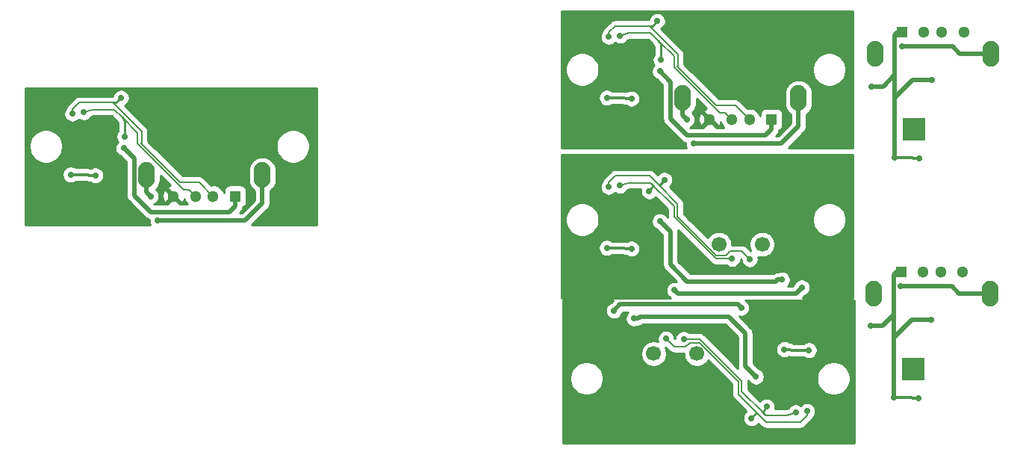
<source format=gbl>
G04 #@! TF.GenerationSoftware,KiCad,Pcbnew,5.1.9-73d0e3b20d~88~ubuntu18.04.1*
G04 #@! TF.CreationDate,2021-03-21T23:49:59-07:00*
G04 #@! TF.ProjectId,accelgyro_mpu6050_d2r2_4x4,61636365-6c67-4797-926f-5f6d70753630,rev?*
G04 #@! TF.SameCoordinates,Original*
G04 #@! TF.FileFunction,Copper,L2,Bot*
G04 #@! TF.FilePolarity,Positive*
%FSLAX46Y46*%
G04 Gerber Fmt 4.6, Leading zero omitted, Abs format (unit mm)*
G04 Created by KiCad (PCBNEW 5.1.9-73d0e3b20d~88~ubuntu18.04.1) date 2021-03-21 23:49:59*
%MOMM*%
%LPD*%
G01*
G04 APERTURE LIST*
G04 #@! TA.AperFunction,ComponentPad*
%ADD10R,1.300000X1.300000*%
G04 #@! TD*
G04 #@! TA.AperFunction,ComponentPad*
%ADD11C,1.300000*%
G04 #@! TD*
G04 #@! TA.AperFunction,ComponentPad*
%ADD12O,1.900000X2.900000*%
G04 #@! TD*
G04 #@! TA.AperFunction,ComponentPad*
%ADD13C,0.600000*%
G04 #@! TD*
G04 #@! TA.AperFunction,SMDPad,CuDef*
%ADD14R,2.499360X2.499360*%
G04 #@! TD*
G04 #@! TA.AperFunction,WasherPad*
%ADD15C,1.700000*%
G04 #@! TD*
G04 #@! TA.AperFunction,ViaPad*
%ADD16C,0.700000*%
G04 #@! TD*
G04 #@! TA.AperFunction,Conductor*
%ADD17C,0.200000*%
G04 #@! TD*
G04 #@! TA.AperFunction,Conductor*
%ADD18C,0.250000*%
G04 #@! TD*
G04 #@! TA.AperFunction,Conductor*
%ADD19C,0.500000*%
G04 #@! TD*
G04 #@! TA.AperFunction,Conductor*
%ADD20C,0.300000*%
G04 #@! TD*
G04 #@! TA.AperFunction,NonConductor*
%ADD21C,0.254000*%
G04 #@! TD*
G04 #@! TA.AperFunction,NonConductor*
%ADD22C,0.150000*%
G04 #@! TD*
G04 #@! TA.AperFunction,Conductor*
%ADD23C,0.254000*%
G04 #@! TD*
G04 #@! TA.AperFunction,Conductor*
%ADD24C,0.150000*%
G04 #@! TD*
G04 APERTURE END LIST*
D10*
X122650000Y-62900000D03*
D11*
X125150000Y-62900000D03*
X127150000Y-62900000D03*
X129650000Y-62900000D03*
D12*
X119580000Y-65300000D03*
X132720000Y-65300000D03*
D13*
X124025000Y-73900000D03*
X124787000Y-73138000D03*
X123263000Y-73138000D03*
X124787000Y-74662000D03*
X123263000Y-74662000D03*
D14*
X124025000Y-73900000D03*
D15*
X106800000Y-86900000D03*
X101900000Y-86900000D03*
D14*
X91400000Y-84100000D03*
D13*
X90638000Y-84862000D03*
X92162000Y-84862000D03*
X90638000Y-83338000D03*
X92162000Y-83338000D03*
X91400000Y-84100000D03*
X30600000Y-75800000D03*
X31362000Y-75038000D03*
X29838000Y-75038000D03*
X31362000Y-76562000D03*
X29838000Y-76562000D03*
D14*
X30600000Y-75800000D03*
D10*
X47056000Y-81448000D03*
D11*
X44556000Y-81448000D03*
X42556000Y-81448000D03*
X40056000Y-81448000D03*
D12*
X50126000Y-79048000D03*
X36986000Y-79048000D03*
D14*
X91400000Y-67100000D03*
D13*
X90638000Y-67862000D03*
X92162000Y-67862000D03*
X90638000Y-66338000D03*
X92162000Y-66338000D03*
X91400000Y-67100000D03*
D12*
X97786000Y-70348000D03*
X110926000Y-70348000D03*
D11*
X100856000Y-72748000D03*
X103356000Y-72748000D03*
X105356000Y-72748000D03*
D10*
X107856000Y-72748000D03*
D13*
X109900000Y-102100000D03*
X109138000Y-102862000D03*
X110662000Y-102862000D03*
X109138000Y-101338000D03*
X110662000Y-101338000D03*
D14*
X109900000Y-102100000D03*
D15*
X99400000Y-99300000D03*
X94500000Y-99300000D03*
D14*
X123925000Y-101050000D03*
D13*
X123163000Y-101812000D03*
X124687000Y-101812000D03*
X123163000Y-100288000D03*
X124687000Y-100288000D03*
X123925000Y-101050000D03*
D12*
X132620000Y-92450000D03*
X119480000Y-92450000D03*
D11*
X129550000Y-90050000D03*
X127050000Y-90050000D03*
X125050000Y-90050000D03*
D10*
X122550000Y-90050000D03*
D16*
X95300000Y-66000000D03*
X90700000Y-63250000D03*
X89400000Y-63400000D03*
X94900000Y-61600000D03*
X92000000Y-70400000D03*
X89200000Y-70300000D03*
X95200000Y-67300000D03*
X99080000Y-75500000D03*
X98260000Y-72764000D03*
X29900000Y-71950000D03*
X34500000Y-74700000D03*
X31200000Y-79100000D03*
X34400000Y-76000000D03*
X34100000Y-70300000D03*
X28400000Y-79000000D03*
X38280000Y-84200000D03*
X28600000Y-72100000D03*
X37460000Y-81464000D03*
X90700000Y-80250000D03*
X94000000Y-80900000D03*
X103400000Y-88550000D03*
X105400000Y-88600000D03*
X95720000Y-79604000D03*
X89400000Y-80400000D03*
X109050000Y-90900000D03*
X92000000Y-87400000D03*
X95200000Y-84300000D03*
X89200000Y-87300000D03*
X96850000Y-92100000D03*
X111300000Y-91800000D03*
X119225000Y-69000000D03*
X126025000Y-68300000D03*
X121825000Y-77100000D03*
X124625000Y-77200000D03*
X122625000Y-64500000D03*
X97900000Y-97650000D03*
X110600000Y-105950000D03*
X107300000Y-105300000D03*
X95900000Y-97600000D03*
X111900000Y-105800000D03*
X105580000Y-106596000D03*
X106100000Y-101900000D03*
X109300000Y-98800000D03*
X112100000Y-98900000D03*
X92250000Y-95300000D03*
X124525000Y-104350000D03*
X121725000Y-104250000D03*
X125925000Y-95450000D03*
X119125000Y-96150000D03*
X104450000Y-94100000D03*
X90000000Y-94400000D03*
X122525000Y-91650000D03*
D17*
X103356000Y-72748000D02*
X103324000Y-72748000D01*
X96800000Y-66800000D02*
X96800000Y-65600000D01*
X95050000Y-63850000D02*
X94150000Y-62950000D01*
X103324000Y-72748000D02*
X102578000Y-72002000D01*
X102578000Y-72002000D02*
X102002000Y-72002000D01*
X96800000Y-65600000D02*
X95050000Y-63850000D01*
X94150000Y-62950000D02*
X91700000Y-62950000D01*
D18*
X95300000Y-66000000D02*
X95300000Y-64200000D01*
D17*
X91700000Y-62950000D02*
X90700000Y-63250000D01*
D18*
X95300000Y-64200000D02*
X95050000Y-63850000D01*
D17*
X102002000Y-72002000D02*
X96800000Y-66800000D01*
X94050000Y-62150000D02*
X94050000Y-62204000D01*
X97244000Y-65398000D02*
X97244000Y-66706000D01*
X90150000Y-62150000D02*
X89400000Y-62900000D01*
D18*
X94350000Y-62150000D02*
X94050000Y-62150000D01*
D17*
X94050000Y-62150000D02*
X90150000Y-62150000D01*
D18*
X94900000Y-61600000D02*
X94350000Y-62150000D01*
D17*
X97244000Y-66706000D02*
X97200000Y-66750000D01*
X101600000Y-71150000D02*
X97200000Y-66750000D01*
X102414000Y-71150000D02*
X101600000Y-71150000D01*
X94050000Y-62204000D02*
X97244000Y-65398000D01*
X89400000Y-62900000D02*
X89400000Y-63400000D01*
X103758000Y-71150000D02*
X105356000Y-72748000D01*
X102414000Y-71150000D02*
X103758000Y-71150000D01*
D19*
X95200000Y-67300000D02*
X96400000Y-68500000D01*
D20*
X91300000Y-70400000D02*
X92000000Y-70400000D01*
D19*
X107856000Y-72748000D02*
X107856000Y-73898000D01*
X96400000Y-68500000D02*
X96400000Y-72682000D01*
D20*
X91200000Y-70300000D02*
X91300000Y-70400000D01*
D19*
X96400000Y-72682000D02*
X98260000Y-74542000D01*
X107856000Y-73898000D02*
X107212000Y-74542000D01*
D20*
X89200000Y-70300000D02*
X91200000Y-70300000D01*
D19*
X107212000Y-74542000D02*
X106388000Y-74542000D01*
X98260000Y-74542000D02*
X106388000Y-74542000D01*
X99080000Y-75500000D02*
X108616000Y-75500000D01*
X97786000Y-72290000D02*
X98260000Y-72764000D01*
X108986000Y-75500000D02*
X110926000Y-73560000D01*
X110926000Y-73560000D02*
X110926000Y-70348000D01*
X108616000Y-75500000D02*
X108986000Y-75500000D01*
X97786000Y-70348000D02*
X97786000Y-72290000D01*
D17*
X33250000Y-70850000D02*
X29350000Y-70850000D01*
D19*
X47056000Y-81448000D02*
X47056000Y-82598000D01*
D17*
X30900000Y-71650000D02*
X29900000Y-71950000D01*
X36444000Y-75406000D02*
X36400000Y-75450000D01*
X29350000Y-70850000D02*
X28600000Y-71600000D01*
D19*
X46412000Y-83242000D02*
X45588000Y-83242000D01*
D17*
X33250000Y-70850000D02*
X33250000Y-70904000D01*
D18*
X34500000Y-74700000D02*
X34500000Y-72900000D01*
D19*
X35600000Y-81382000D02*
X37460000Y-83242000D01*
D17*
X41614000Y-79850000D02*
X40800000Y-79850000D01*
D20*
X30500000Y-79100000D02*
X31200000Y-79100000D01*
D19*
X47056000Y-82598000D02*
X46412000Y-83242000D01*
D17*
X33250000Y-70904000D02*
X36444000Y-74098000D01*
D18*
X34500000Y-72900000D02*
X34250000Y-72550000D01*
D17*
X36000000Y-74300000D02*
X34250000Y-72550000D01*
D19*
X50126000Y-82260000D02*
X50126000Y-79048000D01*
D20*
X30400000Y-79000000D02*
X30500000Y-79100000D01*
D18*
X34100000Y-70300000D02*
X33550000Y-70850000D01*
D17*
X36444000Y-74098000D02*
X36444000Y-75406000D01*
X33350000Y-71650000D02*
X30900000Y-71650000D01*
D20*
X28400000Y-79000000D02*
X30400000Y-79000000D01*
D19*
X36986000Y-79048000D02*
X36986000Y-80990000D01*
D17*
X42524000Y-81448000D02*
X41778000Y-80702000D01*
X41202000Y-80702000D02*
X36000000Y-75500000D01*
X36000000Y-75500000D02*
X36000000Y-74300000D01*
D19*
X38280000Y-84200000D02*
X47816000Y-84200000D01*
D17*
X28600000Y-71600000D02*
X28600000Y-72100000D01*
D19*
X37460000Y-83242000D02*
X45588000Y-83242000D01*
X47816000Y-84200000D02*
X48186000Y-84200000D01*
X34400000Y-76000000D02*
X35600000Y-77200000D01*
D18*
X33550000Y-70850000D02*
X33250000Y-70850000D01*
D19*
X48186000Y-84200000D02*
X50126000Y-82260000D01*
D17*
X41778000Y-80702000D02*
X41202000Y-80702000D01*
X41614000Y-79850000D02*
X42958000Y-79850000D01*
D19*
X36986000Y-80990000D02*
X37460000Y-81464000D01*
D17*
X42958000Y-79850000D02*
X44556000Y-81448000D01*
X42556000Y-81448000D02*
X42524000Y-81448000D01*
X40800000Y-79850000D02*
X36400000Y-75450000D01*
D19*
X35600000Y-77200000D02*
X35600000Y-81382000D01*
D17*
X34250000Y-72550000D02*
X33350000Y-71650000D01*
X101550000Y-88550000D02*
X103400000Y-88550000D01*
X94150000Y-79950000D02*
X94254000Y-80054000D01*
X91700000Y-79950000D02*
X94150000Y-79950000D01*
X96800000Y-83800000D02*
X101550000Y-88550000D01*
D18*
X94450000Y-80250000D02*
X94254000Y-80054000D01*
D17*
X90700000Y-80250000D02*
X91700000Y-79950000D01*
X94254000Y-80054000D02*
X96800000Y-82600000D01*
X96800000Y-82600000D02*
X96800000Y-83800000D01*
D18*
X94000000Y-80900000D02*
X94450000Y-80250000D01*
D17*
X103150000Y-87700000D02*
X102700000Y-88150000D01*
X97200000Y-82300000D02*
X95112000Y-80212000D01*
X90150000Y-79150000D02*
X89400000Y-79900000D01*
X105050001Y-88250001D02*
X104500000Y-87700000D01*
X105400000Y-88600000D02*
X105050001Y-88250001D01*
X104500000Y-87700000D02*
X103150000Y-87700000D01*
X95112000Y-80212000D02*
X94050000Y-79150000D01*
D18*
X95720000Y-79604000D02*
X95112000Y-80212000D01*
D17*
X89400000Y-79900000D02*
X89400000Y-80400000D01*
X94050000Y-79150000D02*
X90150000Y-79150000D01*
X97200000Y-83750000D02*
X97200000Y-82300000D01*
X101600000Y-88150000D02*
X97200000Y-83750000D01*
X102700000Y-88150000D02*
X101600000Y-88150000D01*
D19*
X108555026Y-90900000D02*
X108355026Y-91100000D01*
X98300000Y-91100000D02*
X96400000Y-89200000D01*
X96400000Y-85500000D02*
X95200000Y-84300000D01*
X109050000Y-90900000D02*
X108555026Y-90900000D01*
D20*
X91300000Y-87400000D02*
X92000000Y-87400000D01*
X91200000Y-87300000D02*
X91300000Y-87400000D01*
D19*
X108355026Y-91100000D02*
X98300000Y-91100000D01*
X96400000Y-89200000D02*
X96400000Y-85500000D01*
D20*
X89200000Y-87300000D02*
X91200000Y-87300000D01*
D19*
X97250000Y-92500000D02*
X110600000Y-92500000D01*
X96850000Y-92100000D02*
X97250000Y-92500000D01*
X110600000Y-92500000D02*
X111300000Y-91800000D01*
X123825000Y-68300000D02*
X121825000Y-70300000D01*
D20*
X123825000Y-77100000D02*
X123925000Y-77200000D01*
D19*
X121825000Y-67700000D02*
X121825000Y-63200000D01*
X121825000Y-77100000D02*
X121825000Y-70300000D01*
X119225000Y-69000000D02*
X120525000Y-69000000D01*
X121825000Y-63200000D02*
X122125000Y-62900000D01*
X126025000Y-68300000D02*
X123825000Y-68300000D01*
D20*
X123925000Y-77200000D02*
X124625000Y-77200000D01*
D19*
X120525000Y-69000000D02*
X121825000Y-67700000D01*
D20*
X121825000Y-77100000D02*
X123825000Y-77100000D01*
D19*
X121825000Y-70300000D02*
X121825000Y-67700000D01*
X128425000Y-64500000D02*
X122625000Y-64500000D01*
X129225000Y-65300000D02*
X128425000Y-64500000D01*
X132195000Y-65300000D02*
X129225000Y-65300000D01*
D17*
X99750000Y-97650000D02*
X97900000Y-97650000D01*
X110600000Y-105950000D02*
X109600000Y-106250000D01*
X104500000Y-103600000D02*
X104500000Y-102400000D01*
X104500000Y-102400000D02*
X99750000Y-97650000D01*
X109600000Y-106250000D02*
X107150000Y-106250000D01*
X107150000Y-106250000D02*
X107046000Y-106146000D01*
X107046000Y-106146000D02*
X104500000Y-103600000D01*
D18*
X106850000Y-105950000D02*
X107046000Y-106146000D01*
X107300000Y-105300000D02*
X106850000Y-105950000D01*
D17*
X95900000Y-97600000D02*
X96249999Y-97949999D01*
X96249999Y-97949999D02*
X96800000Y-98500000D01*
X96800000Y-98500000D02*
X98150000Y-98500000D01*
X98150000Y-98500000D02*
X98600000Y-98050000D01*
X98600000Y-98050000D02*
X99700000Y-98050000D01*
X99700000Y-98050000D02*
X104100000Y-102450000D01*
X104100000Y-102450000D02*
X104100000Y-103900000D01*
X107250000Y-107050000D02*
X111150000Y-107050000D01*
X111150000Y-107050000D02*
X111900000Y-106300000D01*
X111900000Y-106300000D02*
X111900000Y-105800000D01*
X104100000Y-103900000D02*
X106188000Y-105988000D01*
D18*
X105580000Y-106596000D02*
X106188000Y-105988000D01*
D17*
X106188000Y-105988000D02*
X107250000Y-107050000D01*
D20*
X110000000Y-98800000D02*
X109300000Y-98800000D01*
X110100000Y-98900000D02*
X110000000Y-98800000D01*
X112100000Y-98900000D02*
X110100000Y-98900000D01*
D19*
X92744974Y-95300000D02*
X92944974Y-95100000D01*
X92250000Y-95300000D02*
X92744974Y-95300000D01*
X92944974Y-95100000D02*
X103000000Y-95100000D01*
X103000000Y-95100000D02*
X104900000Y-97000000D01*
X104900000Y-100700000D02*
X106100000Y-101900000D01*
X104900000Y-97000000D02*
X104900000Y-100700000D01*
D20*
X123825000Y-104350000D02*
X124525000Y-104350000D01*
X123725000Y-104250000D02*
X123825000Y-104350000D01*
X121725000Y-104250000D02*
X123725000Y-104250000D01*
D19*
X121725000Y-90350000D02*
X122025000Y-90050000D01*
X120425000Y-96150000D02*
X121725000Y-94850000D01*
X119125000Y-96150000D02*
X120425000Y-96150000D01*
X121725000Y-94850000D02*
X121725000Y-90350000D01*
X123725000Y-95450000D02*
X121725000Y-97450000D01*
X125925000Y-95450000D02*
X123725000Y-95450000D01*
X121725000Y-104250000D02*
X121725000Y-97450000D01*
X121725000Y-97450000D02*
X121725000Y-94850000D01*
X104450000Y-94100000D02*
X104050000Y-93700000D01*
X104050000Y-93700000D02*
X90700000Y-93700000D01*
X90700000Y-93700000D02*
X90000000Y-94400000D01*
X132095000Y-92450000D02*
X129125000Y-92450000D01*
X129125000Y-92450000D02*
X128325000Y-91650000D01*
X128325000Y-91650000D02*
X122525000Y-91650000D01*
D21*
X117073000Y-75973000D02*
X109753265Y-75973000D01*
X111515669Y-74210596D01*
X111549133Y-74183133D01*
X111658727Y-74049592D01*
X111740162Y-73897237D01*
X111790310Y-73731922D01*
X111803000Y-73603079D01*
X111803000Y-73603070D01*
X111807242Y-73560001D01*
X111803000Y-73516931D01*
X111803000Y-72167375D01*
X111806373Y-72165572D01*
X112046503Y-71968503D01*
X112243572Y-71728373D01*
X112390007Y-71454412D01*
X112480182Y-71157146D01*
X112503000Y-70925469D01*
X112503000Y-69770531D01*
X112480182Y-69538854D01*
X112390007Y-69241588D01*
X112243572Y-68967627D01*
X112046503Y-68727497D01*
X111806372Y-68530428D01*
X111532411Y-68383993D01*
X111235145Y-68293818D01*
X110926000Y-68263370D01*
X110616854Y-68293818D01*
X110319588Y-68383993D01*
X110045627Y-68530428D01*
X109805497Y-68727497D01*
X109608428Y-68967628D01*
X109461993Y-69241589D01*
X109371818Y-69538855D01*
X109349000Y-69770532D01*
X109349000Y-70925469D01*
X109371818Y-71157146D01*
X109461993Y-71454412D01*
X109608428Y-71728373D01*
X109805498Y-71968503D01*
X110045628Y-72165572D01*
X110049000Y-72167375D01*
X110049000Y-73196735D01*
X108622735Y-74623000D01*
X108371265Y-74623000D01*
X108445668Y-74548597D01*
X108479133Y-74521133D01*
X108588727Y-74387592D01*
X108670162Y-74235237D01*
X108720310Y-74069922D01*
X108722313Y-74049591D01*
X108728607Y-73985686D01*
X108747103Y-73980075D01*
X108856028Y-73921853D01*
X108951501Y-73843501D01*
X109029853Y-73748028D01*
X109088075Y-73639103D01*
X109123927Y-73520913D01*
X109136033Y-73398000D01*
X109136033Y-72098000D01*
X109123927Y-71975087D01*
X109088075Y-71856897D01*
X109029853Y-71747972D01*
X108951501Y-71652499D01*
X108856028Y-71574147D01*
X108747103Y-71515925D01*
X108628913Y-71480073D01*
X108506000Y-71467967D01*
X107206000Y-71467967D01*
X107083087Y-71480073D01*
X106964897Y-71515925D01*
X106855972Y-71574147D01*
X106760499Y-71652499D01*
X106682147Y-71747972D01*
X106623925Y-71856897D01*
X106588073Y-71975087D01*
X106575967Y-72098000D01*
X106575967Y-72356298D01*
X106487663Y-72143114D01*
X106347911Y-71933960D01*
X106170040Y-71756089D01*
X105960886Y-71616337D01*
X105728487Y-71520074D01*
X105481774Y-71471000D01*
X105230226Y-71471000D01*
X105127555Y-71491422D01*
X104297326Y-70661194D01*
X104274554Y-70633446D01*
X104163853Y-70542597D01*
X104037557Y-70475090D01*
X103900517Y-70433520D01*
X103793708Y-70423000D01*
X103758000Y-70419483D01*
X103722292Y-70423000D01*
X101901134Y-70423000D01*
X98388340Y-66910207D01*
X112473000Y-66910207D01*
X112473000Y-67289793D01*
X112547053Y-67662085D01*
X112692315Y-68012777D01*
X112903201Y-68328391D01*
X113171609Y-68596799D01*
X113487223Y-68807685D01*
X113837915Y-68952947D01*
X114210207Y-69027000D01*
X114589793Y-69027000D01*
X114962085Y-68952947D01*
X115312777Y-68807685D01*
X115628391Y-68596799D01*
X115896799Y-68328391D01*
X116107685Y-68012777D01*
X116252947Y-67662085D01*
X116327000Y-67289793D01*
X116327000Y-66910207D01*
X116252947Y-66537915D01*
X116107685Y-66187223D01*
X115896799Y-65871609D01*
X115628391Y-65603201D01*
X115312777Y-65392315D01*
X114962085Y-65247053D01*
X114589793Y-65173000D01*
X114210207Y-65173000D01*
X113837915Y-65247053D01*
X113487223Y-65392315D01*
X113171609Y-65603201D01*
X112903201Y-65871609D01*
X112692315Y-66187223D01*
X112547053Y-66537915D01*
X112473000Y-66910207D01*
X98388340Y-66910207D01*
X97971000Y-66492868D01*
X97971000Y-65433707D01*
X97974517Y-65397999D01*
X97960480Y-65255482D01*
X97918910Y-65118443D01*
X97915029Y-65111182D01*
X97851403Y-64992147D01*
X97760553Y-64881446D01*
X97732816Y-64858683D01*
X95346629Y-62472497D01*
X95362783Y-62465806D01*
X95522801Y-62358885D01*
X95658885Y-62222801D01*
X95765806Y-62062783D01*
X95839454Y-61884980D01*
X95877000Y-61696226D01*
X95877000Y-61503774D01*
X95839454Y-61315020D01*
X95765806Y-61137217D01*
X95658885Y-60977199D01*
X95522801Y-60841115D01*
X95362783Y-60734194D01*
X95184980Y-60660546D01*
X94996226Y-60623000D01*
X94803774Y-60623000D01*
X94615020Y-60660546D01*
X94437217Y-60734194D01*
X94277199Y-60841115D01*
X94141115Y-60977199D01*
X94034194Y-61137217D01*
X93960546Y-61315020D01*
X93942661Y-61404934D01*
X93902582Y-61408881D01*
X93856039Y-61423000D01*
X90185707Y-61423000D01*
X90149999Y-61419483D01*
X90007482Y-61433520D01*
X89975587Y-61443195D01*
X89870443Y-61475090D01*
X89744147Y-61542597D01*
X89633446Y-61633446D01*
X89610679Y-61661189D01*
X88911189Y-62360679D01*
X88883446Y-62383447D01*
X88792597Y-62494148D01*
X88733511Y-62604689D01*
X88725090Y-62620444D01*
X88693399Y-62724915D01*
X88641115Y-62777199D01*
X88534194Y-62937217D01*
X88460546Y-63115020D01*
X88423000Y-63303774D01*
X88423000Y-63496226D01*
X88460546Y-63684980D01*
X88534194Y-63862783D01*
X88641115Y-64022801D01*
X88777199Y-64158885D01*
X88937217Y-64265806D01*
X89115020Y-64339454D01*
X89303774Y-64377000D01*
X89496226Y-64377000D01*
X89684980Y-64339454D01*
X89862783Y-64265806D01*
X90022801Y-64158885D01*
X90134508Y-64047178D01*
X90237217Y-64115806D01*
X90415020Y-64189454D01*
X90603774Y-64227000D01*
X90796226Y-64227000D01*
X90984980Y-64189454D01*
X91162783Y-64115806D01*
X91322801Y-64008885D01*
X91458885Y-63872801D01*
X91535316Y-63758415D01*
X91806698Y-63677000D01*
X93848868Y-63677000D01*
X94399944Y-64228076D01*
X94416603Y-64257033D01*
X94548001Y-64440990D01*
X94548000Y-65370314D01*
X94541115Y-65377199D01*
X94434194Y-65537217D01*
X94360546Y-65715020D01*
X94323000Y-65903774D01*
X94323000Y-66096226D01*
X94360546Y-66284980D01*
X94434194Y-66462783D01*
X94522849Y-66595465D01*
X94441115Y-66677199D01*
X94334194Y-66837217D01*
X94260546Y-67015020D01*
X94223000Y-67203774D01*
X94223000Y-67396226D01*
X94260546Y-67584980D01*
X94334194Y-67762783D01*
X94441115Y-67922801D01*
X94577199Y-68058885D01*
X94737217Y-68165806D01*
X94887995Y-68228260D01*
X95523000Y-68863265D01*
X95523001Y-72638911D01*
X95518757Y-72682000D01*
X95535690Y-72853922D01*
X95585838Y-73019236D01*
X95667274Y-73171592D01*
X95749406Y-73271671D01*
X95749409Y-73271674D01*
X95776868Y-73305133D01*
X95810327Y-73332592D01*
X97609403Y-75131668D01*
X97636867Y-75165133D01*
X97770408Y-75274727D01*
X97922763Y-75356162D01*
X98088078Y-75406310D01*
X98103000Y-75407780D01*
X98103000Y-75596226D01*
X98140546Y-75784980D01*
X98214194Y-75962783D01*
X98221021Y-75973000D01*
X84077000Y-75973000D01*
X84077000Y-70203774D01*
X88223000Y-70203774D01*
X88223000Y-70396226D01*
X88260546Y-70584980D01*
X88334194Y-70762783D01*
X88441115Y-70922801D01*
X88577199Y-71058885D01*
X88737217Y-71165806D01*
X88915020Y-71239454D01*
X89103774Y-71277000D01*
X89296226Y-71277000D01*
X89484980Y-71239454D01*
X89662783Y-71165806D01*
X89795690Y-71077000D01*
X90918287Y-71077000D01*
X91001216Y-71121327D01*
X91147681Y-71165757D01*
X91261834Y-71177000D01*
X91261844Y-71177000D01*
X91299999Y-71180758D01*
X91338155Y-71177000D01*
X91404310Y-71177000D01*
X91537217Y-71265806D01*
X91715020Y-71339454D01*
X91903774Y-71377000D01*
X92096226Y-71377000D01*
X92284980Y-71339454D01*
X92462783Y-71265806D01*
X92622801Y-71158885D01*
X92758885Y-71022801D01*
X92865806Y-70862783D01*
X92939454Y-70684980D01*
X92977000Y-70496226D01*
X92977000Y-70303774D01*
X92939454Y-70115020D01*
X92865806Y-69937217D01*
X92758885Y-69777199D01*
X92622801Y-69641115D01*
X92462783Y-69534194D01*
X92284980Y-69460546D01*
X92096226Y-69423000D01*
X91903774Y-69423000D01*
X91715020Y-69460546D01*
X91537217Y-69534194D01*
X91479434Y-69572803D01*
X91352319Y-69534243D01*
X91238166Y-69523000D01*
X91238163Y-69523000D01*
X91200000Y-69519241D01*
X91161837Y-69523000D01*
X89795690Y-69523000D01*
X89662783Y-69434194D01*
X89484980Y-69360546D01*
X89296226Y-69323000D01*
X89103774Y-69323000D01*
X88915020Y-69360546D01*
X88737217Y-69434194D01*
X88577199Y-69541115D01*
X88441115Y-69677199D01*
X88334194Y-69837217D01*
X88260546Y-70015020D01*
X88223000Y-70203774D01*
X84077000Y-70203774D01*
X84077000Y-66910207D01*
X84473000Y-66910207D01*
X84473000Y-67289793D01*
X84547053Y-67662085D01*
X84692315Y-68012777D01*
X84903201Y-68328391D01*
X85171609Y-68596799D01*
X85487223Y-68807685D01*
X85837915Y-68952947D01*
X86210207Y-69027000D01*
X86589793Y-69027000D01*
X86962085Y-68952947D01*
X87312777Y-68807685D01*
X87628391Y-68596799D01*
X87896799Y-68328391D01*
X88107685Y-68012777D01*
X88252947Y-67662085D01*
X88327000Y-67289793D01*
X88327000Y-66910207D01*
X88252947Y-66537915D01*
X88107685Y-66187223D01*
X87896799Y-65871609D01*
X87628391Y-65603201D01*
X87312777Y-65392315D01*
X86962085Y-65247053D01*
X86589793Y-65173000D01*
X86210207Y-65173000D01*
X85837915Y-65247053D01*
X85487223Y-65392315D01*
X85171609Y-65603201D01*
X84903201Y-65871609D01*
X84692315Y-66187223D01*
X84547053Y-66537915D01*
X84473000Y-66910207D01*
X84077000Y-66910207D01*
X84077000Y-60527000D01*
X117073000Y-60527000D01*
X117073000Y-75973000D01*
G04 #@! TA.AperFunction,NonConductor*
D22*
G36*
X117073000Y-75973000D02*
G01*
X109753265Y-75973000D01*
X111515669Y-74210596D01*
X111549133Y-74183133D01*
X111658727Y-74049592D01*
X111740162Y-73897237D01*
X111790310Y-73731922D01*
X111803000Y-73603079D01*
X111803000Y-73603070D01*
X111807242Y-73560001D01*
X111803000Y-73516931D01*
X111803000Y-72167375D01*
X111806373Y-72165572D01*
X112046503Y-71968503D01*
X112243572Y-71728373D01*
X112390007Y-71454412D01*
X112480182Y-71157146D01*
X112503000Y-70925469D01*
X112503000Y-69770531D01*
X112480182Y-69538854D01*
X112390007Y-69241588D01*
X112243572Y-68967627D01*
X112046503Y-68727497D01*
X111806372Y-68530428D01*
X111532411Y-68383993D01*
X111235145Y-68293818D01*
X110926000Y-68263370D01*
X110616854Y-68293818D01*
X110319588Y-68383993D01*
X110045627Y-68530428D01*
X109805497Y-68727497D01*
X109608428Y-68967628D01*
X109461993Y-69241589D01*
X109371818Y-69538855D01*
X109349000Y-69770532D01*
X109349000Y-70925469D01*
X109371818Y-71157146D01*
X109461993Y-71454412D01*
X109608428Y-71728373D01*
X109805498Y-71968503D01*
X110045628Y-72165572D01*
X110049000Y-72167375D01*
X110049000Y-73196735D01*
X108622735Y-74623000D01*
X108371265Y-74623000D01*
X108445668Y-74548597D01*
X108479133Y-74521133D01*
X108588727Y-74387592D01*
X108670162Y-74235237D01*
X108720310Y-74069922D01*
X108722313Y-74049591D01*
X108728607Y-73985686D01*
X108747103Y-73980075D01*
X108856028Y-73921853D01*
X108951501Y-73843501D01*
X109029853Y-73748028D01*
X109088075Y-73639103D01*
X109123927Y-73520913D01*
X109136033Y-73398000D01*
X109136033Y-72098000D01*
X109123927Y-71975087D01*
X109088075Y-71856897D01*
X109029853Y-71747972D01*
X108951501Y-71652499D01*
X108856028Y-71574147D01*
X108747103Y-71515925D01*
X108628913Y-71480073D01*
X108506000Y-71467967D01*
X107206000Y-71467967D01*
X107083087Y-71480073D01*
X106964897Y-71515925D01*
X106855972Y-71574147D01*
X106760499Y-71652499D01*
X106682147Y-71747972D01*
X106623925Y-71856897D01*
X106588073Y-71975087D01*
X106575967Y-72098000D01*
X106575967Y-72356298D01*
X106487663Y-72143114D01*
X106347911Y-71933960D01*
X106170040Y-71756089D01*
X105960886Y-71616337D01*
X105728487Y-71520074D01*
X105481774Y-71471000D01*
X105230226Y-71471000D01*
X105127555Y-71491422D01*
X104297326Y-70661194D01*
X104274554Y-70633446D01*
X104163853Y-70542597D01*
X104037557Y-70475090D01*
X103900517Y-70433520D01*
X103793708Y-70423000D01*
X103758000Y-70419483D01*
X103722292Y-70423000D01*
X101901134Y-70423000D01*
X98388340Y-66910207D01*
X112473000Y-66910207D01*
X112473000Y-67289793D01*
X112547053Y-67662085D01*
X112692315Y-68012777D01*
X112903201Y-68328391D01*
X113171609Y-68596799D01*
X113487223Y-68807685D01*
X113837915Y-68952947D01*
X114210207Y-69027000D01*
X114589793Y-69027000D01*
X114962085Y-68952947D01*
X115312777Y-68807685D01*
X115628391Y-68596799D01*
X115896799Y-68328391D01*
X116107685Y-68012777D01*
X116252947Y-67662085D01*
X116327000Y-67289793D01*
X116327000Y-66910207D01*
X116252947Y-66537915D01*
X116107685Y-66187223D01*
X115896799Y-65871609D01*
X115628391Y-65603201D01*
X115312777Y-65392315D01*
X114962085Y-65247053D01*
X114589793Y-65173000D01*
X114210207Y-65173000D01*
X113837915Y-65247053D01*
X113487223Y-65392315D01*
X113171609Y-65603201D01*
X112903201Y-65871609D01*
X112692315Y-66187223D01*
X112547053Y-66537915D01*
X112473000Y-66910207D01*
X98388340Y-66910207D01*
X97971000Y-66492868D01*
X97971000Y-65433707D01*
X97974517Y-65397999D01*
X97960480Y-65255482D01*
X97918910Y-65118443D01*
X97915029Y-65111182D01*
X97851403Y-64992147D01*
X97760553Y-64881446D01*
X97732816Y-64858683D01*
X95346629Y-62472497D01*
X95362783Y-62465806D01*
X95522801Y-62358885D01*
X95658885Y-62222801D01*
X95765806Y-62062783D01*
X95839454Y-61884980D01*
X95877000Y-61696226D01*
X95877000Y-61503774D01*
X95839454Y-61315020D01*
X95765806Y-61137217D01*
X95658885Y-60977199D01*
X95522801Y-60841115D01*
X95362783Y-60734194D01*
X95184980Y-60660546D01*
X94996226Y-60623000D01*
X94803774Y-60623000D01*
X94615020Y-60660546D01*
X94437217Y-60734194D01*
X94277199Y-60841115D01*
X94141115Y-60977199D01*
X94034194Y-61137217D01*
X93960546Y-61315020D01*
X93942661Y-61404934D01*
X93902582Y-61408881D01*
X93856039Y-61423000D01*
X90185707Y-61423000D01*
X90149999Y-61419483D01*
X90007482Y-61433520D01*
X89975587Y-61443195D01*
X89870443Y-61475090D01*
X89744147Y-61542597D01*
X89633446Y-61633446D01*
X89610679Y-61661189D01*
X88911189Y-62360679D01*
X88883446Y-62383447D01*
X88792597Y-62494148D01*
X88733511Y-62604689D01*
X88725090Y-62620444D01*
X88693399Y-62724915D01*
X88641115Y-62777199D01*
X88534194Y-62937217D01*
X88460546Y-63115020D01*
X88423000Y-63303774D01*
X88423000Y-63496226D01*
X88460546Y-63684980D01*
X88534194Y-63862783D01*
X88641115Y-64022801D01*
X88777199Y-64158885D01*
X88937217Y-64265806D01*
X89115020Y-64339454D01*
X89303774Y-64377000D01*
X89496226Y-64377000D01*
X89684980Y-64339454D01*
X89862783Y-64265806D01*
X90022801Y-64158885D01*
X90134508Y-64047178D01*
X90237217Y-64115806D01*
X90415020Y-64189454D01*
X90603774Y-64227000D01*
X90796226Y-64227000D01*
X90984980Y-64189454D01*
X91162783Y-64115806D01*
X91322801Y-64008885D01*
X91458885Y-63872801D01*
X91535316Y-63758415D01*
X91806698Y-63677000D01*
X93848868Y-63677000D01*
X94399944Y-64228076D01*
X94416603Y-64257033D01*
X94548001Y-64440990D01*
X94548000Y-65370314D01*
X94541115Y-65377199D01*
X94434194Y-65537217D01*
X94360546Y-65715020D01*
X94323000Y-65903774D01*
X94323000Y-66096226D01*
X94360546Y-66284980D01*
X94434194Y-66462783D01*
X94522849Y-66595465D01*
X94441115Y-66677199D01*
X94334194Y-66837217D01*
X94260546Y-67015020D01*
X94223000Y-67203774D01*
X94223000Y-67396226D01*
X94260546Y-67584980D01*
X94334194Y-67762783D01*
X94441115Y-67922801D01*
X94577199Y-68058885D01*
X94737217Y-68165806D01*
X94887995Y-68228260D01*
X95523000Y-68863265D01*
X95523001Y-72638911D01*
X95518757Y-72682000D01*
X95535690Y-72853922D01*
X95585838Y-73019236D01*
X95667274Y-73171592D01*
X95749406Y-73271671D01*
X95749409Y-73271674D01*
X95776868Y-73305133D01*
X95810327Y-73332592D01*
X97609403Y-75131668D01*
X97636867Y-75165133D01*
X97770408Y-75274727D01*
X97922763Y-75356162D01*
X98088078Y-75406310D01*
X98103000Y-75407780D01*
X98103000Y-75596226D01*
X98140546Y-75784980D01*
X98214194Y-75962783D01*
X98221021Y-75973000D01*
X84077000Y-75973000D01*
X84077000Y-70203774D01*
X88223000Y-70203774D01*
X88223000Y-70396226D01*
X88260546Y-70584980D01*
X88334194Y-70762783D01*
X88441115Y-70922801D01*
X88577199Y-71058885D01*
X88737217Y-71165806D01*
X88915020Y-71239454D01*
X89103774Y-71277000D01*
X89296226Y-71277000D01*
X89484980Y-71239454D01*
X89662783Y-71165806D01*
X89795690Y-71077000D01*
X90918287Y-71077000D01*
X91001216Y-71121327D01*
X91147681Y-71165757D01*
X91261834Y-71177000D01*
X91261844Y-71177000D01*
X91299999Y-71180758D01*
X91338155Y-71177000D01*
X91404310Y-71177000D01*
X91537217Y-71265806D01*
X91715020Y-71339454D01*
X91903774Y-71377000D01*
X92096226Y-71377000D01*
X92284980Y-71339454D01*
X92462783Y-71265806D01*
X92622801Y-71158885D01*
X92758885Y-71022801D01*
X92865806Y-70862783D01*
X92939454Y-70684980D01*
X92977000Y-70496226D01*
X92977000Y-70303774D01*
X92939454Y-70115020D01*
X92865806Y-69937217D01*
X92758885Y-69777199D01*
X92622801Y-69641115D01*
X92462783Y-69534194D01*
X92284980Y-69460546D01*
X92096226Y-69423000D01*
X91903774Y-69423000D01*
X91715020Y-69460546D01*
X91537217Y-69534194D01*
X91479434Y-69572803D01*
X91352319Y-69534243D01*
X91238166Y-69523000D01*
X91238163Y-69523000D01*
X91200000Y-69519241D01*
X91161837Y-69523000D01*
X89795690Y-69523000D01*
X89662783Y-69434194D01*
X89484980Y-69360546D01*
X89296226Y-69323000D01*
X89103774Y-69323000D01*
X88915020Y-69360546D01*
X88737217Y-69434194D01*
X88577199Y-69541115D01*
X88441115Y-69677199D01*
X88334194Y-69837217D01*
X88260546Y-70015020D01*
X88223000Y-70203774D01*
X84077000Y-70203774D01*
X84077000Y-66910207D01*
X84473000Y-66910207D01*
X84473000Y-67289793D01*
X84547053Y-67662085D01*
X84692315Y-68012777D01*
X84903201Y-68328391D01*
X85171609Y-68596799D01*
X85487223Y-68807685D01*
X85837915Y-68952947D01*
X86210207Y-69027000D01*
X86589793Y-69027000D01*
X86962085Y-68952947D01*
X87312777Y-68807685D01*
X87628391Y-68596799D01*
X87896799Y-68328391D01*
X88107685Y-68012777D01*
X88252947Y-67662085D01*
X88327000Y-67289793D01*
X88327000Y-66910207D01*
X88252947Y-66537915D01*
X88107685Y-66187223D01*
X87896799Y-65871609D01*
X87628391Y-65603201D01*
X87312777Y-65392315D01*
X86962085Y-65247053D01*
X86589793Y-65173000D01*
X86210207Y-65173000D01*
X85837915Y-65247053D01*
X85487223Y-65392315D01*
X85171609Y-65603201D01*
X84903201Y-65871609D01*
X84692315Y-66187223D01*
X84547053Y-66537915D01*
X84473000Y-66910207D01*
X84077000Y-66910207D01*
X84077000Y-60527000D01*
X117073000Y-60527000D01*
X117073000Y-75973000D01*
G37*
G04 #@! TD.AperFunction*
D21*
X100486497Y-71514630D02*
X100292104Y-71586422D01*
X100203466Y-71633799D01*
X100150078Y-71862473D01*
X100856000Y-72568395D01*
X100870143Y-72554253D01*
X101049748Y-72733858D01*
X101035605Y-72748000D01*
X101741527Y-73453922D01*
X101970201Y-73400534D01*
X102076095Y-73170626D01*
X102109953Y-73029386D01*
X102128074Y-73120487D01*
X102224337Y-73352886D01*
X102364089Y-73562040D01*
X102467049Y-73665000D01*
X101554574Y-73665000D01*
X101561922Y-73633527D01*
X100856000Y-72927605D01*
X100150078Y-73633527D01*
X100157426Y-73665000D01*
X98637817Y-73665000D01*
X98722783Y-73629806D01*
X98882801Y-73522885D01*
X99018885Y-73386801D01*
X99125806Y-73226783D01*
X99199454Y-73048980D01*
X99237000Y-72860226D01*
X99237000Y-72824455D01*
X99567048Y-72824455D01*
X99606730Y-73074449D01*
X99694422Y-73311896D01*
X99741799Y-73400534D01*
X99970473Y-73453922D01*
X100676395Y-72748000D01*
X99970473Y-72042078D01*
X99741799Y-72095466D01*
X99635905Y-72325374D01*
X99576898Y-72571524D01*
X99567048Y-72824455D01*
X99237000Y-72824455D01*
X99237000Y-72667774D01*
X99199454Y-72479020D01*
X99125806Y-72301217D01*
X99018885Y-72141199D01*
X98882801Y-72005115D01*
X98871275Y-71997414D01*
X98906503Y-71968503D01*
X99103572Y-71728373D01*
X99250007Y-71454412D01*
X99340182Y-71157146D01*
X99363000Y-70925469D01*
X99363000Y-70391133D01*
X100486497Y-71514630D01*
G04 #@! TA.AperFunction,NonConductor*
D22*
G36*
X100486497Y-71514630D02*
G01*
X100292104Y-71586422D01*
X100203466Y-71633799D01*
X100150078Y-71862473D01*
X100856000Y-72568395D01*
X100870143Y-72554253D01*
X101049748Y-72733858D01*
X101035605Y-72748000D01*
X101741527Y-73453922D01*
X101970201Y-73400534D01*
X102076095Y-73170626D01*
X102109953Y-73029386D01*
X102128074Y-73120487D01*
X102224337Y-73352886D01*
X102364089Y-73562040D01*
X102467049Y-73665000D01*
X101554574Y-73665000D01*
X101561922Y-73633527D01*
X100856000Y-72927605D01*
X100150078Y-73633527D01*
X100157426Y-73665000D01*
X98637817Y-73665000D01*
X98722783Y-73629806D01*
X98882801Y-73522885D01*
X99018885Y-73386801D01*
X99125806Y-73226783D01*
X99199454Y-73048980D01*
X99237000Y-72860226D01*
X99237000Y-72824455D01*
X99567048Y-72824455D01*
X99606730Y-73074449D01*
X99694422Y-73311896D01*
X99741799Y-73400534D01*
X99970473Y-73453922D01*
X100676395Y-72748000D01*
X99970473Y-72042078D01*
X99741799Y-72095466D01*
X99635905Y-72325374D01*
X99576898Y-72571524D01*
X99567048Y-72824455D01*
X99237000Y-72824455D01*
X99237000Y-72667774D01*
X99199454Y-72479020D01*
X99125806Y-72301217D01*
X99018885Y-72141199D01*
X98882801Y-72005115D01*
X98871275Y-71997414D01*
X98906503Y-71968503D01*
X99103572Y-71728373D01*
X99250007Y-71454412D01*
X99340182Y-71157146D01*
X99363000Y-70925469D01*
X99363000Y-70391133D01*
X100486497Y-71514630D01*
G37*
G04 #@! TD.AperFunction*
D21*
X56273000Y-84673000D02*
X48953265Y-84673000D01*
X50715669Y-82910596D01*
X50749133Y-82883133D01*
X50858727Y-82749592D01*
X50940162Y-82597237D01*
X50990310Y-82431922D01*
X51003000Y-82303079D01*
X51003000Y-82303070D01*
X51007242Y-82260001D01*
X51003000Y-82216931D01*
X51003000Y-80867375D01*
X51006373Y-80865572D01*
X51246503Y-80668503D01*
X51443572Y-80428373D01*
X51590007Y-80154412D01*
X51680182Y-79857146D01*
X51703000Y-79625469D01*
X51703000Y-78470531D01*
X51680182Y-78238854D01*
X51590007Y-77941588D01*
X51443572Y-77667627D01*
X51246503Y-77427497D01*
X51006372Y-77230428D01*
X50732411Y-77083993D01*
X50435145Y-76993818D01*
X50126000Y-76963370D01*
X49816854Y-76993818D01*
X49519588Y-77083993D01*
X49245627Y-77230428D01*
X49005497Y-77427497D01*
X48808428Y-77667628D01*
X48661993Y-77941589D01*
X48571818Y-78238855D01*
X48549000Y-78470532D01*
X48549000Y-79625469D01*
X48571818Y-79857146D01*
X48661993Y-80154412D01*
X48808428Y-80428373D01*
X49005498Y-80668503D01*
X49245628Y-80865572D01*
X49249000Y-80867375D01*
X49249000Y-81896735D01*
X47822735Y-83323000D01*
X47571265Y-83323000D01*
X47645668Y-83248597D01*
X47679133Y-83221133D01*
X47788727Y-83087592D01*
X47870162Y-82935237D01*
X47920310Y-82769922D01*
X47922313Y-82749591D01*
X47928607Y-82685686D01*
X47947103Y-82680075D01*
X48056028Y-82621853D01*
X48151501Y-82543501D01*
X48229853Y-82448028D01*
X48288075Y-82339103D01*
X48323927Y-82220913D01*
X48336033Y-82098000D01*
X48336033Y-80798000D01*
X48323927Y-80675087D01*
X48288075Y-80556897D01*
X48229853Y-80447972D01*
X48151501Y-80352499D01*
X48056028Y-80274147D01*
X47947103Y-80215925D01*
X47828913Y-80180073D01*
X47706000Y-80167967D01*
X46406000Y-80167967D01*
X46283087Y-80180073D01*
X46164897Y-80215925D01*
X46055972Y-80274147D01*
X45960499Y-80352499D01*
X45882147Y-80447972D01*
X45823925Y-80556897D01*
X45788073Y-80675087D01*
X45775967Y-80798000D01*
X45775967Y-81056298D01*
X45687663Y-80843114D01*
X45547911Y-80633960D01*
X45370040Y-80456089D01*
X45160886Y-80316337D01*
X44928487Y-80220074D01*
X44681774Y-80171000D01*
X44430226Y-80171000D01*
X44327555Y-80191422D01*
X43497326Y-79361194D01*
X43474554Y-79333446D01*
X43363853Y-79242597D01*
X43237557Y-79175090D01*
X43100517Y-79133520D01*
X42993708Y-79123000D01*
X42958000Y-79119483D01*
X42922292Y-79123000D01*
X41101134Y-79123000D01*
X37588340Y-75610207D01*
X51673000Y-75610207D01*
X51673000Y-75989793D01*
X51747053Y-76362085D01*
X51892315Y-76712777D01*
X52103201Y-77028391D01*
X52371609Y-77296799D01*
X52687223Y-77507685D01*
X53037915Y-77652947D01*
X53410207Y-77727000D01*
X53789793Y-77727000D01*
X54162085Y-77652947D01*
X54512777Y-77507685D01*
X54828391Y-77296799D01*
X55096799Y-77028391D01*
X55307685Y-76712777D01*
X55452947Y-76362085D01*
X55527000Y-75989793D01*
X55527000Y-75610207D01*
X55452947Y-75237915D01*
X55307685Y-74887223D01*
X55096799Y-74571609D01*
X54828391Y-74303201D01*
X54512777Y-74092315D01*
X54162085Y-73947053D01*
X53789793Y-73873000D01*
X53410207Y-73873000D01*
X53037915Y-73947053D01*
X52687223Y-74092315D01*
X52371609Y-74303201D01*
X52103201Y-74571609D01*
X51892315Y-74887223D01*
X51747053Y-75237915D01*
X51673000Y-75610207D01*
X37588340Y-75610207D01*
X37171000Y-75192868D01*
X37171000Y-74133707D01*
X37174517Y-74097999D01*
X37160480Y-73955482D01*
X37118910Y-73818443D01*
X37115029Y-73811182D01*
X37051403Y-73692147D01*
X36960553Y-73581446D01*
X36932816Y-73558683D01*
X34546629Y-71172497D01*
X34562783Y-71165806D01*
X34722801Y-71058885D01*
X34858885Y-70922801D01*
X34965806Y-70762783D01*
X35039454Y-70584980D01*
X35077000Y-70396226D01*
X35077000Y-70203774D01*
X35039454Y-70015020D01*
X34965806Y-69837217D01*
X34858885Y-69677199D01*
X34722801Y-69541115D01*
X34562783Y-69434194D01*
X34384980Y-69360546D01*
X34196226Y-69323000D01*
X34003774Y-69323000D01*
X33815020Y-69360546D01*
X33637217Y-69434194D01*
X33477199Y-69541115D01*
X33341115Y-69677199D01*
X33234194Y-69837217D01*
X33160546Y-70015020D01*
X33142661Y-70104934D01*
X33102582Y-70108881D01*
X33056039Y-70123000D01*
X29385707Y-70123000D01*
X29349999Y-70119483D01*
X29207482Y-70133520D01*
X29175587Y-70143195D01*
X29070443Y-70175090D01*
X28944147Y-70242597D01*
X28833446Y-70333446D01*
X28810679Y-70361189D01*
X28111189Y-71060679D01*
X28083446Y-71083447D01*
X27992597Y-71194148D01*
X27933511Y-71304689D01*
X27925090Y-71320444D01*
X27893399Y-71424915D01*
X27841115Y-71477199D01*
X27734194Y-71637217D01*
X27660546Y-71815020D01*
X27623000Y-72003774D01*
X27623000Y-72196226D01*
X27660546Y-72384980D01*
X27734194Y-72562783D01*
X27841115Y-72722801D01*
X27977199Y-72858885D01*
X28137217Y-72965806D01*
X28315020Y-73039454D01*
X28503774Y-73077000D01*
X28696226Y-73077000D01*
X28884980Y-73039454D01*
X29062783Y-72965806D01*
X29222801Y-72858885D01*
X29334508Y-72747178D01*
X29437217Y-72815806D01*
X29615020Y-72889454D01*
X29803774Y-72927000D01*
X29996226Y-72927000D01*
X30184980Y-72889454D01*
X30362783Y-72815806D01*
X30522801Y-72708885D01*
X30658885Y-72572801D01*
X30735316Y-72458415D01*
X31006698Y-72377000D01*
X33048868Y-72377000D01*
X33599944Y-72928076D01*
X33616603Y-72957033D01*
X33748001Y-73140990D01*
X33748000Y-74070314D01*
X33741115Y-74077199D01*
X33634194Y-74237217D01*
X33560546Y-74415020D01*
X33523000Y-74603774D01*
X33523000Y-74796226D01*
X33560546Y-74984980D01*
X33634194Y-75162783D01*
X33722849Y-75295465D01*
X33641115Y-75377199D01*
X33534194Y-75537217D01*
X33460546Y-75715020D01*
X33423000Y-75903774D01*
X33423000Y-76096226D01*
X33460546Y-76284980D01*
X33534194Y-76462783D01*
X33641115Y-76622801D01*
X33777199Y-76758885D01*
X33937217Y-76865806D01*
X34087995Y-76928260D01*
X34723000Y-77563265D01*
X34723001Y-81338911D01*
X34718757Y-81382000D01*
X34735690Y-81553922D01*
X34785838Y-81719236D01*
X34867274Y-81871592D01*
X34949406Y-81971671D01*
X34949409Y-81971674D01*
X34976868Y-82005133D01*
X35010327Y-82032592D01*
X36809403Y-83831668D01*
X36836867Y-83865133D01*
X36970408Y-83974727D01*
X37122763Y-84056162D01*
X37288078Y-84106310D01*
X37303000Y-84107780D01*
X37303000Y-84296226D01*
X37340546Y-84484980D01*
X37414194Y-84662783D01*
X37421021Y-84673000D01*
X23277000Y-84673000D01*
X23277000Y-78903774D01*
X27423000Y-78903774D01*
X27423000Y-79096226D01*
X27460546Y-79284980D01*
X27534194Y-79462783D01*
X27641115Y-79622801D01*
X27777199Y-79758885D01*
X27937217Y-79865806D01*
X28115020Y-79939454D01*
X28303774Y-79977000D01*
X28496226Y-79977000D01*
X28684980Y-79939454D01*
X28862783Y-79865806D01*
X28995690Y-79777000D01*
X30118287Y-79777000D01*
X30201216Y-79821327D01*
X30347681Y-79865757D01*
X30461834Y-79877000D01*
X30461844Y-79877000D01*
X30499999Y-79880758D01*
X30538155Y-79877000D01*
X30604310Y-79877000D01*
X30737217Y-79965806D01*
X30915020Y-80039454D01*
X31103774Y-80077000D01*
X31296226Y-80077000D01*
X31484980Y-80039454D01*
X31662783Y-79965806D01*
X31822801Y-79858885D01*
X31958885Y-79722801D01*
X32065806Y-79562783D01*
X32139454Y-79384980D01*
X32177000Y-79196226D01*
X32177000Y-79003774D01*
X32139454Y-78815020D01*
X32065806Y-78637217D01*
X31958885Y-78477199D01*
X31822801Y-78341115D01*
X31662783Y-78234194D01*
X31484980Y-78160546D01*
X31296226Y-78123000D01*
X31103774Y-78123000D01*
X30915020Y-78160546D01*
X30737217Y-78234194D01*
X30679434Y-78272803D01*
X30552319Y-78234243D01*
X30438166Y-78223000D01*
X30438163Y-78223000D01*
X30400000Y-78219241D01*
X30361837Y-78223000D01*
X28995690Y-78223000D01*
X28862783Y-78134194D01*
X28684980Y-78060546D01*
X28496226Y-78023000D01*
X28303774Y-78023000D01*
X28115020Y-78060546D01*
X27937217Y-78134194D01*
X27777199Y-78241115D01*
X27641115Y-78377199D01*
X27534194Y-78537217D01*
X27460546Y-78715020D01*
X27423000Y-78903774D01*
X23277000Y-78903774D01*
X23277000Y-75610207D01*
X23673000Y-75610207D01*
X23673000Y-75989793D01*
X23747053Y-76362085D01*
X23892315Y-76712777D01*
X24103201Y-77028391D01*
X24371609Y-77296799D01*
X24687223Y-77507685D01*
X25037915Y-77652947D01*
X25410207Y-77727000D01*
X25789793Y-77727000D01*
X26162085Y-77652947D01*
X26512777Y-77507685D01*
X26828391Y-77296799D01*
X27096799Y-77028391D01*
X27307685Y-76712777D01*
X27452947Y-76362085D01*
X27527000Y-75989793D01*
X27527000Y-75610207D01*
X27452947Y-75237915D01*
X27307685Y-74887223D01*
X27096799Y-74571609D01*
X26828391Y-74303201D01*
X26512777Y-74092315D01*
X26162085Y-73947053D01*
X25789793Y-73873000D01*
X25410207Y-73873000D01*
X25037915Y-73947053D01*
X24687223Y-74092315D01*
X24371609Y-74303201D01*
X24103201Y-74571609D01*
X23892315Y-74887223D01*
X23747053Y-75237915D01*
X23673000Y-75610207D01*
X23277000Y-75610207D01*
X23277000Y-69227000D01*
X56273000Y-69227000D01*
X56273000Y-84673000D01*
G04 #@! TA.AperFunction,NonConductor*
D22*
G36*
X56273000Y-84673000D02*
G01*
X48953265Y-84673000D01*
X50715669Y-82910596D01*
X50749133Y-82883133D01*
X50858727Y-82749592D01*
X50940162Y-82597237D01*
X50990310Y-82431922D01*
X51003000Y-82303079D01*
X51003000Y-82303070D01*
X51007242Y-82260001D01*
X51003000Y-82216931D01*
X51003000Y-80867375D01*
X51006373Y-80865572D01*
X51246503Y-80668503D01*
X51443572Y-80428373D01*
X51590007Y-80154412D01*
X51680182Y-79857146D01*
X51703000Y-79625469D01*
X51703000Y-78470531D01*
X51680182Y-78238854D01*
X51590007Y-77941588D01*
X51443572Y-77667627D01*
X51246503Y-77427497D01*
X51006372Y-77230428D01*
X50732411Y-77083993D01*
X50435145Y-76993818D01*
X50126000Y-76963370D01*
X49816854Y-76993818D01*
X49519588Y-77083993D01*
X49245627Y-77230428D01*
X49005497Y-77427497D01*
X48808428Y-77667628D01*
X48661993Y-77941589D01*
X48571818Y-78238855D01*
X48549000Y-78470532D01*
X48549000Y-79625469D01*
X48571818Y-79857146D01*
X48661993Y-80154412D01*
X48808428Y-80428373D01*
X49005498Y-80668503D01*
X49245628Y-80865572D01*
X49249000Y-80867375D01*
X49249000Y-81896735D01*
X47822735Y-83323000D01*
X47571265Y-83323000D01*
X47645668Y-83248597D01*
X47679133Y-83221133D01*
X47788727Y-83087592D01*
X47870162Y-82935237D01*
X47920310Y-82769922D01*
X47922313Y-82749591D01*
X47928607Y-82685686D01*
X47947103Y-82680075D01*
X48056028Y-82621853D01*
X48151501Y-82543501D01*
X48229853Y-82448028D01*
X48288075Y-82339103D01*
X48323927Y-82220913D01*
X48336033Y-82098000D01*
X48336033Y-80798000D01*
X48323927Y-80675087D01*
X48288075Y-80556897D01*
X48229853Y-80447972D01*
X48151501Y-80352499D01*
X48056028Y-80274147D01*
X47947103Y-80215925D01*
X47828913Y-80180073D01*
X47706000Y-80167967D01*
X46406000Y-80167967D01*
X46283087Y-80180073D01*
X46164897Y-80215925D01*
X46055972Y-80274147D01*
X45960499Y-80352499D01*
X45882147Y-80447972D01*
X45823925Y-80556897D01*
X45788073Y-80675087D01*
X45775967Y-80798000D01*
X45775967Y-81056298D01*
X45687663Y-80843114D01*
X45547911Y-80633960D01*
X45370040Y-80456089D01*
X45160886Y-80316337D01*
X44928487Y-80220074D01*
X44681774Y-80171000D01*
X44430226Y-80171000D01*
X44327555Y-80191422D01*
X43497326Y-79361194D01*
X43474554Y-79333446D01*
X43363853Y-79242597D01*
X43237557Y-79175090D01*
X43100517Y-79133520D01*
X42993708Y-79123000D01*
X42958000Y-79119483D01*
X42922292Y-79123000D01*
X41101134Y-79123000D01*
X37588340Y-75610207D01*
X51673000Y-75610207D01*
X51673000Y-75989793D01*
X51747053Y-76362085D01*
X51892315Y-76712777D01*
X52103201Y-77028391D01*
X52371609Y-77296799D01*
X52687223Y-77507685D01*
X53037915Y-77652947D01*
X53410207Y-77727000D01*
X53789793Y-77727000D01*
X54162085Y-77652947D01*
X54512777Y-77507685D01*
X54828391Y-77296799D01*
X55096799Y-77028391D01*
X55307685Y-76712777D01*
X55452947Y-76362085D01*
X55527000Y-75989793D01*
X55527000Y-75610207D01*
X55452947Y-75237915D01*
X55307685Y-74887223D01*
X55096799Y-74571609D01*
X54828391Y-74303201D01*
X54512777Y-74092315D01*
X54162085Y-73947053D01*
X53789793Y-73873000D01*
X53410207Y-73873000D01*
X53037915Y-73947053D01*
X52687223Y-74092315D01*
X52371609Y-74303201D01*
X52103201Y-74571609D01*
X51892315Y-74887223D01*
X51747053Y-75237915D01*
X51673000Y-75610207D01*
X37588340Y-75610207D01*
X37171000Y-75192868D01*
X37171000Y-74133707D01*
X37174517Y-74097999D01*
X37160480Y-73955482D01*
X37118910Y-73818443D01*
X37115029Y-73811182D01*
X37051403Y-73692147D01*
X36960553Y-73581446D01*
X36932816Y-73558683D01*
X34546629Y-71172497D01*
X34562783Y-71165806D01*
X34722801Y-71058885D01*
X34858885Y-70922801D01*
X34965806Y-70762783D01*
X35039454Y-70584980D01*
X35077000Y-70396226D01*
X35077000Y-70203774D01*
X35039454Y-70015020D01*
X34965806Y-69837217D01*
X34858885Y-69677199D01*
X34722801Y-69541115D01*
X34562783Y-69434194D01*
X34384980Y-69360546D01*
X34196226Y-69323000D01*
X34003774Y-69323000D01*
X33815020Y-69360546D01*
X33637217Y-69434194D01*
X33477199Y-69541115D01*
X33341115Y-69677199D01*
X33234194Y-69837217D01*
X33160546Y-70015020D01*
X33142661Y-70104934D01*
X33102582Y-70108881D01*
X33056039Y-70123000D01*
X29385707Y-70123000D01*
X29349999Y-70119483D01*
X29207482Y-70133520D01*
X29175587Y-70143195D01*
X29070443Y-70175090D01*
X28944147Y-70242597D01*
X28833446Y-70333446D01*
X28810679Y-70361189D01*
X28111189Y-71060679D01*
X28083446Y-71083447D01*
X27992597Y-71194148D01*
X27933511Y-71304689D01*
X27925090Y-71320444D01*
X27893399Y-71424915D01*
X27841115Y-71477199D01*
X27734194Y-71637217D01*
X27660546Y-71815020D01*
X27623000Y-72003774D01*
X27623000Y-72196226D01*
X27660546Y-72384980D01*
X27734194Y-72562783D01*
X27841115Y-72722801D01*
X27977199Y-72858885D01*
X28137217Y-72965806D01*
X28315020Y-73039454D01*
X28503774Y-73077000D01*
X28696226Y-73077000D01*
X28884980Y-73039454D01*
X29062783Y-72965806D01*
X29222801Y-72858885D01*
X29334508Y-72747178D01*
X29437217Y-72815806D01*
X29615020Y-72889454D01*
X29803774Y-72927000D01*
X29996226Y-72927000D01*
X30184980Y-72889454D01*
X30362783Y-72815806D01*
X30522801Y-72708885D01*
X30658885Y-72572801D01*
X30735316Y-72458415D01*
X31006698Y-72377000D01*
X33048868Y-72377000D01*
X33599944Y-72928076D01*
X33616603Y-72957033D01*
X33748001Y-73140990D01*
X33748000Y-74070314D01*
X33741115Y-74077199D01*
X33634194Y-74237217D01*
X33560546Y-74415020D01*
X33523000Y-74603774D01*
X33523000Y-74796226D01*
X33560546Y-74984980D01*
X33634194Y-75162783D01*
X33722849Y-75295465D01*
X33641115Y-75377199D01*
X33534194Y-75537217D01*
X33460546Y-75715020D01*
X33423000Y-75903774D01*
X33423000Y-76096226D01*
X33460546Y-76284980D01*
X33534194Y-76462783D01*
X33641115Y-76622801D01*
X33777199Y-76758885D01*
X33937217Y-76865806D01*
X34087995Y-76928260D01*
X34723000Y-77563265D01*
X34723001Y-81338911D01*
X34718757Y-81382000D01*
X34735690Y-81553922D01*
X34785838Y-81719236D01*
X34867274Y-81871592D01*
X34949406Y-81971671D01*
X34949409Y-81971674D01*
X34976868Y-82005133D01*
X35010327Y-82032592D01*
X36809403Y-83831668D01*
X36836867Y-83865133D01*
X36970408Y-83974727D01*
X37122763Y-84056162D01*
X37288078Y-84106310D01*
X37303000Y-84107780D01*
X37303000Y-84296226D01*
X37340546Y-84484980D01*
X37414194Y-84662783D01*
X37421021Y-84673000D01*
X23277000Y-84673000D01*
X23277000Y-78903774D01*
X27423000Y-78903774D01*
X27423000Y-79096226D01*
X27460546Y-79284980D01*
X27534194Y-79462783D01*
X27641115Y-79622801D01*
X27777199Y-79758885D01*
X27937217Y-79865806D01*
X28115020Y-79939454D01*
X28303774Y-79977000D01*
X28496226Y-79977000D01*
X28684980Y-79939454D01*
X28862783Y-79865806D01*
X28995690Y-79777000D01*
X30118287Y-79777000D01*
X30201216Y-79821327D01*
X30347681Y-79865757D01*
X30461834Y-79877000D01*
X30461844Y-79877000D01*
X30499999Y-79880758D01*
X30538155Y-79877000D01*
X30604310Y-79877000D01*
X30737217Y-79965806D01*
X30915020Y-80039454D01*
X31103774Y-80077000D01*
X31296226Y-80077000D01*
X31484980Y-80039454D01*
X31662783Y-79965806D01*
X31822801Y-79858885D01*
X31958885Y-79722801D01*
X32065806Y-79562783D01*
X32139454Y-79384980D01*
X32177000Y-79196226D01*
X32177000Y-79003774D01*
X32139454Y-78815020D01*
X32065806Y-78637217D01*
X31958885Y-78477199D01*
X31822801Y-78341115D01*
X31662783Y-78234194D01*
X31484980Y-78160546D01*
X31296226Y-78123000D01*
X31103774Y-78123000D01*
X30915020Y-78160546D01*
X30737217Y-78234194D01*
X30679434Y-78272803D01*
X30552319Y-78234243D01*
X30438166Y-78223000D01*
X30438163Y-78223000D01*
X30400000Y-78219241D01*
X30361837Y-78223000D01*
X28995690Y-78223000D01*
X28862783Y-78134194D01*
X28684980Y-78060546D01*
X28496226Y-78023000D01*
X28303774Y-78023000D01*
X28115020Y-78060546D01*
X27937217Y-78134194D01*
X27777199Y-78241115D01*
X27641115Y-78377199D01*
X27534194Y-78537217D01*
X27460546Y-78715020D01*
X27423000Y-78903774D01*
X23277000Y-78903774D01*
X23277000Y-75610207D01*
X23673000Y-75610207D01*
X23673000Y-75989793D01*
X23747053Y-76362085D01*
X23892315Y-76712777D01*
X24103201Y-77028391D01*
X24371609Y-77296799D01*
X24687223Y-77507685D01*
X25037915Y-77652947D01*
X25410207Y-77727000D01*
X25789793Y-77727000D01*
X26162085Y-77652947D01*
X26512777Y-77507685D01*
X26828391Y-77296799D01*
X27096799Y-77028391D01*
X27307685Y-76712777D01*
X27452947Y-76362085D01*
X27527000Y-75989793D01*
X27527000Y-75610207D01*
X27452947Y-75237915D01*
X27307685Y-74887223D01*
X27096799Y-74571609D01*
X26828391Y-74303201D01*
X26512777Y-74092315D01*
X26162085Y-73947053D01*
X25789793Y-73873000D01*
X25410207Y-73873000D01*
X25037915Y-73947053D01*
X24687223Y-74092315D01*
X24371609Y-74303201D01*
X24103201Y-74571609D01*
X23892315Y-74887223D01*
X23747053Y-75237915D01*
X23673000Y-75610207D01*
X23277000Y-75610207D01*
X23277000Y-69227000D01*
X56273000Y-69227000D01*
X56273000Y-84673000D01*
G37*
G04 #@! TD.AperFunction*
D21*
X39686497Y-80214630D02*
X39492104Y-80286422D01*
X39403466Y-80333799D01*
X39350078Y-80562473D01*
X40056000Y-81268395D01*
X40070143Y-81254253D01*
X40249748Y-81433858D01*
X40235605Y-81448000D01*
X40941527Y-82153922D01*
X41170201Y-82100534D01*
X41276095Y-81870626D01*
X41309953Y-81729386D01*
X41328074Y-81820487D01*
X41424337Y-82052886D01*
X41564089Y-82262040D01*
X41667049Y-82365000D01*
X40754574Y-82365000D01*
X40761922Y-82333527D01*
X40056000Y-81627605D01*
X39350078Y-82333527D01*
X39357426Y-82365000D01*
X37837817Y-82365000D01*
X37922783Y-82329806D01*
X38082801Y-82222885D01*
X38218885Y-82086801D01*
X38325806Y-81926783D01*
X38399454Y-81748980D01*
X38437000Y-81560226D01*
X38437000Y-81524455D01*
X38767048Y-81524455D01*
X38806730Y-81774449D01*
X38894422Y-82011896D01*
X38941799Y-82100534D01*
X39170473Y-82153922D01*
X39876395Y-81448000D01*
X39170473Y-80742078D01*
X38941799Y-80795466D01*
X38835905Y-81025374D01*
X38776898Y-81271524D01*
X38767048Y-81524455D01*
X38437000Y-81524455D01*
X38437000Y-81367774D01*
X38399454Y-81179020D01*
X38325806Y-81001217D01*
X38218885Y-80841199D01*
X38082801Y-80705115D01*
X38071275Y-80697414D01*
X38106503Y-80668503D01*
X38303572Y-80428373D01*
X38450007Y-80154412D01*
X38540182Y-79857146D01*
X38563000Y-79625469D01*
X38563000Y-79091133D01*
X39686497Y-80214630D01*
G04 #@! TA.AperFunction,NonConductor*
D22*
G36*
X39686497Y-80214630D02*
G01*
X39492104Y-80286422D01*
X39403466Y-80333799D01*
X39350078Y-80562473D01*
X40056000Y-81268395D01*
X40070143Y-81254253D01*
X40249748Y-81433858D01*
X40235605Y-81448000D01*
X40941527Y-82153922D01*
X41170201Y-82100534D01*
X41276095Y-81870626D01*
X41309953Y-81729386D01*
X41328074Y-81820487D01*
X41424337Y-82052886D01*
X41564089Y-82262040D01*
X41667049Y-82365000D01*
X40754574Y-82365000D01*
X40761922Y-82333527D01*
X40056000Y-81627605D01*
X39350078Y-82333527D01*
X39357426Y-82365000D01*
X37837817Y-82365000D01*
X37922783Y-82329806D01*
X38082801Y-82222885D01*
X38218885Y-82086801D01*
X38325806Y-81926783D01*
X38399454Y-81748980D01*
X38437000Y-81560226D01*
X38437000Y-81524455D01*
X38767048Y-81524455D01*
X38806730Y-81774449D01*
X38894422Y-82011896D01*
X38941799Y-82100534D01*
X39170473Y-82153922D01*
X39876395Y-81448000D01*
X39170473Y-80742078D01*
X38941799Y-80795466D01*
X38835905Y-81025374D01*
X38776898Y-81271524D01*
X38767048Y-81524455D01*
X38437000Y-81524455D01*
X38437000Y-81367774D01*
X38399454Y-81179020D01*
X38325806Y-81001217D01*
X38218885Y-80841199D01*
X38082801Y-80705115D01*
X38071275Y-80697414D01*
X38106503Y-80668503D01*
X38303572Y-80428373D01*
X38450007Y-80154412D01*
X38540182Y-79857146D01*
X38563000Y-79625469D01*
X38563000Y-79091133D01*
X39686497Y-80214630D01*
G37*
G04 #@! TD.AperFunction*
D23*
X84227000Y-93227000D02*
X89932735Y-93227000D01*
X89687995Y-93471740D01*
X89537217Y-93534194D01*
X89377199Y-93641115D01*
X89241115Y-93777199D01*
X89134194Y-93937217D01*
X89060546Y-94115020D01*
X89023000Y-94303774D01*
X89023000Y-94496226D01*
X89060546Y-94684980D01*
X89134194Y-94862783D01*
X89241115Y-95022801D01*
X89377199Y-95158885D01*
X89537217Y-95265806D01*
X89715020Y-95339454D01*
X89903774Y-95377000D01*
X90096226Y-95377000D01*
X90284980Y-95339454D01*
X90462783Y-95265806D01*
X90622801Y-95158885D01*
X90758885Y-95022801D01*
X90865806Y-94862783D01*
X90928260Y-94712005D01*
X91063265Y-94577000D01*
X91591314Y-94577000D01*
X91491115Y-94677199D01*
X91384194Y-94837217D01*
X91310546Y-95015020D01*
X91273000Y-95203774D01*
X91273000Y-95396226D01*
X91310546Y-95584980D01*
X91384194Y-95762783D01*
X91491115Y-95922801D01*
X91627199Y-96058885D01*
X91787217Y-96165806D01*
X91965020Y-96239454D01*
X92153774Y-96277000D01*
X92346226Y-96277000D01*
X92534980Y-96239454D01*
X92685758Y-96177000D01*
X92701895Y-96177000D01*
X92744974Y-96181243D01*
X92916897Y-96164310D01*
X93082211Y-96114162D01*
X93234566Y-96032727D01*
X93302470Y-95977000D01*
X102636734Y-95977000D01*
X104023000Y-97363265D01*
X104023000Y-100656931D01*
X104018758Y-100700001D01*
X104023000Y-100743070D01*
X104023000Y-100743079D01*
X104035690Y-100871922D01*
X104051207Y-100923075D01*
X100289321Y-97161188D01*
X100266554Y-97133446D01*
X100155853Y-97042597D01*
X100029557Y-96975090D01*
X99892517Y-96933520D01*
X99785708Y-96923000D01*
X99785706Y-96923000D01*
X99750001Y-96919483D01*
X99714295Y-96923000D01*
X98554686Y-96923000D01*
X98522801Y-96891115D01*
X98362783Y-96784194D01*
X98184980Y-96710546D01*
X97996226Y-96673000D01*
X97803774Y-96673000D01*
X97615020Y-96710546D01*
X97437217Y-96784194D01*
X97277199Y-96891115D01*
X97141115Y-97027199D01*
X97034194Y-97187217D01*
X96960546Y-97365020D01*
X96923000Y-97553774D01*
X96923000Y-97594867D01*
X96877000Y-97548866D01*
X96877000Y-97503774D01*
X96839454Y-97315020D01*
X96765806Y-97137217D01*
X96658885Y-96977199D01*
X96522801Y-96841115D01*
X96362783Y-96734194D01*
X96184980Y-96660546D01*
X95996226Y-96623000D01*
X95803774Y-96623000D01*
X95615020Y-96660546D01*
X95437217Y-96734194D01*
X95277199Y-96841115D01*
X95141115Y-96977199D01*
X95034194Y-97137217D01*
X94960546Y-97315020D01*
X94923000Y-97503774D01*
X94923000Y-97696226D01*
X94960546Y-97884980D01*
X94964091Y-97893539D01*
X94930825Y-97879760D01*
X94645472Y-97823000D01*
X94354528Y-97823000D01*
X94069175Y-97879760D01*
X93800378Y-97991099D01*
X93558467Y-98152739D01*
X93352739Y-98358467D01*
X93191099Y-98600378D01*
X93079760Y-98869175D01*
X93023000Y-99154528D01*
X93023000Y-99445472D01*
X93079760Y-99730825D01*
X93191099Y-99999622D01*
X93352739Y-100241533D01*
X93558467Y-100447261D01*
X93800378Y-100608901D01*
X94069175Y-100720240D01*
X94354528Y-100777000D01*
X94645472Y-100777000D01*
X94930825Y-100720240D01*
X95199622Y-100608901D01*
X95441533Y-100447261D01*
X95647261Y-100241533D01*
X95808901Y-99999622D01*
X95920240Y-99730825D01*
X95977000Y-99445472D01*
X95977000Y-99154528D01*
X95920240Y-98869175D01*
X95808901Y-98600378D01*
X95791672Y-98574593D01*
X95803774Y-98577000D01*
X95848866Y-98577000D01*
X96260675Y-98988807D01*
X96283446Y-99016554D01*
X96394147Y-99107403D01*
X96520443Y-99174910D01*
X96657483Y-99216480D01*
X96764292Y-99227000D01*
X96800000Y-99230517D01*
X96835708Y-99227000D01*
X97923000Y-99227000D01*
X97923000Y-99445472D01*
X97979760Y-99730825D01*
X98091099Y-99999622D01*
X98252739Y-100241533D01*
X98458467Y-100447261D01*
X98700378Y-100608901D01*
X98969175Y-100720240D01*
X99254528Y-100777000D01*
X99545472Y-100777000D01*
X99830825Y-100720240D01*
X100099622Y-100608901D01*
X100341533Y-100447261D01*
X100547261Y-100241533D01*
X100673889Y-100052022D01*
X102911660Y-102289793D01*
X88827000Y-102289793D01*
X88827000Y-101910207D01*
X88752947Y-101537915D01*
X88607685Y-101187223D01*
X88396799Y-100871609D01*
X88128391Y-100603201D01*
X87812777Y-100392315D01*
X87462085Y-100247053D01*
X87089793Y-100173000D01*
X86710207Y-100173000D01*
X86337915Y-100247053D01*
X85987223Y-100392315D01*
X85671609Y-100603201D01*
X85403201Y-100871609D01*
X85192315Y-101187223D01*
X85047053Y-101537915D01*
X84973000Y-101910207D01*
X84973000Y-102289793D01*
X85047053Y-102662085D01*
X85192315Y-103012777D01*
X85403201Y-103328391D01*
X85671609Y-103596799D01*
X85987223Y-103807685D01*
X86337915Y-103952947D01*
X86710207Y-104027000D01*
X87089793Y-104027000D01*
X87462085Y-103952947D01*
X87812777Y-103807685D01*
X88128391Y-103596799D01*
X88396799Y-103328391D01*
X88607685Y-103012777D01*
X88752947Y-102662085D01*
X88827000Y-102289793D01*
X102911660Y-102289793D01*
X103373000Y-102751132D01*
X103373000Y-103864292D01*
X103369483Y-103900000D01*
X103383520Y-104042518D01*
X103425090Y-104179557D01*
X103492598Y-104305854D01*
X103560684Y-104388818D01*
X103583446Y-104416554D01*
X103611183Y-104439317D01*
X104988241Y-105816373D01*
X104957199Y-105837115D01*
X104821115Y-105973199D01*
X104714194Y-106133217D01*
X104640546Y-106311020D01*
X104603000Y-106499774D01*
X104603000Y-106692226D01*
X104640546Y-106880980D01*
X104714194Y-107058783D01*
X104821115Y-107218801D01*
X104957199Y-107354885D01*
X105117217Y-107461806D01*
X105295020Y-107535454D01*
X105483774Y-107573000D01*
X105676226Y-107573000D01*
X105864980Y-107535454D01*
X106042783Y-107461806D01*
X106202801Y-107354885D01*
X106338885Y-107218801D01*
X106359627Y-107187759D01*
X106710675Y-107538807D01*
X106733446Y-107566554D01*
X106844147Y-107657403D01*
X106970443Y-107724910D01*
X107107483Y-107766480D01*
X107214292Y-107777000D01*
X107250000Y-107780517D01*
X107285708Y-107777000D01*
X111114293Y-107777000D01*
X111150001Y-107780517D01*
X111292518Y-107766480D01*
X111324413Y-107756805D01*
X111429557Y-107724910D01*
X111555853Y-107657403D01*
X111666554Y-107566554D01*
X111689321Y-107538811D01*
X112388811Y-106839321D01*
X112416554Y-106816553D01*
X112507403Y-106705852D01*
X112545372Y-106634817D01*
X112574910Y-106579556D01*
X112606601Y-106475085D01*
X112658885Y-106422801D01*
X112765806Y-106262783D01*
X112839454Y-106084980D01*
X112877000Y-105896226D01*
X112877000Y-105703774D01*
X112839454Y-105515020D01*
X112765806Y-105337217D01*
X112658885Y-105177199D01*
X112522801Y-105041115D01*
X112362783Y-104934194D01*
X112184980Y-104860546D01*
X111996226Y-104823000D01*
X111803774Y-104823000D01*
X111615020Y-104860546D01*
X111437217Y-104934194D01*
X111277199Y-105041115D01*
X111165492Y-105152822D01*
X111062783Y-105084194D01*
X110884980Y-105010546D01*
X110696226Y-104973000D01*
X110503774Y-104973000D01*
X110315020Y-105010546D01*
X110137217Y-105084194D01*
X109977199Y-105191115D01*
X109841115Y-105327199D01*
X109764684Y-105441585D01*
X109493302Y-105523000D01*
X108251783Y-105523000D01*
X108277000Y-105396226D01*
X108277000Y-105203774D01*
X108239454Y-105015020D01*
X108165806Y-104837217D01*
X108058885Y-104677199D01*
X107922801Y-104541115D01*
X107762783Y-104434194D01*
X107584980Y-104360546D01*
X107396226Y-104323000D01*
X107203774Y-104323000D01*
X107015020Y-104360546D01*
X106837217Y-104434194D01*
X106677199Y-104541115D01*
X106573223Y-104645091D01*
X105227000Y-103298866D01*
X105226999Y-102435718D01*
X105230517Y-102400000D01*
X105224561Y-102339526D01*
X105234194Y-102362783D01*
X105341115Y-102522801D01*
X105477199Y-102658885D01*
X105637217Y-102765806D01*
X105815020Y-102839454D01*
X106003774Y-102877000D01*
X106196226Y-102877000D01*
X106384980Y-102839454D01*
X106562783Y-102765806D01*
X106722801Y-102658885D01*
X106858885Y-102522801D01*
X106965806Y-102362783D01*
X107039454Y-102184980D01*
X107077000Y-101996226D01*
X107077000Y-101803774D01*
X107039454Y-101615020D01*
X106965806Y-101437217D01*
X106858885Y-101277199D01*
X106722801Y-101141115D01*
X106562783Y-101034194D01*
X106412005Y-100971740D01*
X105776999Y-100336734D01*
X105777000Y-97043080D01*
X105781243Y-97000000D01*
X105777000Y-96956922D01*
X105764310Y-96828079D01*
X105714162Y-96662764D01*
X105632727Y-96510409D01*
X105523133Y-96376867D01*
X105489668Y-96349403D01*
X104183370Y-95043104D01*
X104353774Y-95077000D01*
X104546226Y-95077000D01*
X104734980Y-95039454D01*
X104912783Y-94965806D01*
X105072801Y-94858885D01*
X105208885Y-94722801D01*
X105315806Y-94562783D01*
X105389454Y-94384980D01*
X105427000Y-94196226D01*
X105427000Y-94003774D01*
X105389454Y-93815020D01*
X105315806Y-93637217D01*
X105208885Y-93477199D01*
X105072801Y-93341115D01*
X104912783Y-93234194D01*
X104895415Y-93227000D01*
X117223000Y-93227000D01*
X117223000Y-98996226D01*
X113077000Y-98996226D01*
X113077000Y-98803774D01*
X113039454Y-98615020D01*
X112965806Y-98437217D01*
X112858885Y-98277199D01*
X112722801Y-98141115D01*
X112562783Y-98034194D01*
X112384980Y-97960546D01*
X112196226Y-97923000D01*
X112003774Y-97923000D01*
X111815020Y-97960546D01*
X111637217Y-98034194D01*
X111504310Y-98123000D01*
X110381713Y-98123000D01*
X110298784Y-98078673D01*
X110152319Y-98034243D01*
X110038166Y-98023000D01*
X110038156Y-98023000D01*
X110000001Y-98019242D01*
X109961845Y-98023000D01*
X109895690Y-98023000D01*
X109762783Y-97934194D01*
X109584980Y-97860546D01*
X109396226Y-97823000D01*
X109203774Y-97823000D01*
X109015020Y-97860546D01*
X108837217Y-97934194D01*
X108677199Y-98041115D01*
X108541115Y-98177199D01*
X108434194Y-98337217D01*
X108360546Y-98515020D01*
X108323000Y-98703774D01*
X108323000Y-98896226D01*
X108360546Y-99084980D01*
X108434194Y-99262783D01*
X108541115Y-99422801D01*
X108677199Y-99558885D01*
X108837217Y-99665806D01*
X109015020Y-99739454D01*
X109203774Y-99777000D01*
X109396226Y-99777000D01*
X109584980Y-99739454D01*
X109762783Y-99665806D01*
X109820566Y-99627197D01*
X109947681Y-99665757D01*
X110061834Y-99677000D01*
X110061837Y-99677000D01*
X110100000Y-99680759D01*
X110138163Y-99677000D01*
X111504310Y-99677000D01*
X111637217Y-99765806D01*
X111815020Y-99839454D01*
X112003774Y-99877000D01*
X112196226Y-99877000D01*
X112384980Y-99839454D01*
X112562783Y-99765806D01*
X112722801Y-99658885D01*
X112858885Y-99522801D01*
X112965806Y-99362783D01*
X113039454Y-99184980D01*
X113077000Y-98996226D01*
X117223000Y-98996226D01*
X117223000Y-102289793D01*
X116827000Y-102289793D01*
X116827000Y-101910207D01*
X116752947Y-101537915D01*
X116607685Y-101187223D01*
X116396799Y-100871609D01*
X116128391Y-100603201D01*
X115812777Y-100392315D01*
X115462085Y-100247053D01*
X115089793Y-100173000D01*
X114710207Y-100173000D01*
X114337915Y-100247053D01*
X113987223Y-100392315D01*
X113671609Y-100603201D01*
X113403201Y-100871609D01*
X113192315Y-101187223D01*
X113047053Y-101537915D01*
X112973000Y-101910207D01*
X112973000Y-102289793D01*
X113047053Y-102662085D01*
X113192315Y-103012777D01*
X113403201Y-103328391D01*
X113671609Y-103596799D01*
X113987223Y-103807685D01*
X114337915Y-103952947D01*
X114710207Y-104027000D01*
X115089793Y-104027000D01*
X115462085Y-103952947D01*
X115812777Y-103807685D01*
X116128391Y-103596799D01*
X116396799Y-103328391D01*
X116607685Y-103012777D01*
X116752947Y-102662085D01*
X116827000Y-102289793D01*
X117223000Y-102289793D01*
X117223000Y-109423000D01*
X84227000Y-109423000D01*
X84227000Y-93227000D01*
G04 #@! TA.AperFunction,Conductor*
D24*
G36*
X84227000Y-93227000D02*
G01*
X89932735Y-93227000D01*
X89687995Y-93471740D01*
X89537217Y-93534194D01*
X89377199Y-93641115D01*
X89241115Y-93777199D01*
X89134194Y-93937217D01*
X89060546Y-94115020D01*
X89023000Y-94303774D01*
X89023000Y-94496226D01*
X89060546Y-94684980D01*
X89134194Y-94862783D01*
X89241115Y-95022801D01*
X89377199Y-95158885D01*
X89537217Y-95265806D01*
X89715020Y-95339454D01*
X89903774Y-95377000D01*
X90096226Y-95377000D01*
X90284980Y-95339454D01*
X90462783Y-95265806D01*
X90622801Y-95158885D01*
X90758885Y-95022801D01*
X90865806Y-94862783D01*
X90928260Y-94712005D01*
X91063265Y-94577000D01*
X91591314Y-94577000D01*
X91491115Y-94677199D01*
X91384194Y-94837217D01*
X91310546Y-95015020D01*
X91273000Y-95203774D01*
X91273000Y-95396226D01*
X91310546Y-95584980D01*
X91384194Y-95762783D01*
X91491115Y-95922801D01*
X91627199Y-96058885D01*
X91787217Y-96165806D01*
X91965020Y-96239454D01*
X92153774Y-96277000D01*
X92346226Y-96277000D01*
X92534980Y-96239454D01*
X92685758Y-96177000D01*
X92701895Y-96177000D01*
X92744974Y-96181243D01*
X92916897Y-96164310D01*
X93082211Y-96114162D01*
X93234566Y-96032727D01*
X93302470Y-95977000D01*
X102636734Y-95977000D01*
X104023000Y-97363265D01*
X104023000Y-100656931D01*
X104018758Y-100700001D01*
X104023000Y-100743070D01*
X104023000Y-100743079D01*
X104035690Y-100871922D01*
X104051207Y-100923075D01*
X100289321Y-97161188D01*
X100266554Y-97133446D01*
X100155853Y-97042597D01*
X100029557Y-96975090D01*
X99892517Y-96933520D01*
X99785708Y-96923000D01*
X99785706Y-96923000D01*
X99750001Y-96919483D01*
X99714295Y-96923000D01*
X98554686Y-96923000D01*
X98522801Y-96891115D01*
X98362783Y-96784194D01*
X98184980Y-96710546D01*
X97996226Y-96673000D01*
X97803774Y-96673000D01*
X97615020Y-96710546D01*
X97437217Y-96784194D01*
X97277199Y-96891115D01*
X97141115Y-97027199D01*
X97034194Y-97187217D01*
X96960546Y-97365020D01*
X96923000Y-97553774D01*
X96923000Y-97594867D01*
X96877000Y-97548866D01*
X96877000Y-97503774D01*
X96839454Y-97315020D01*
X96765806Y-97137217D01*
X96658885Y-96977199D01*
X96522801Y-96841115D01*
X96362783Y-96734194D01*
X96184980Y-96660546D01*
X95996226Y-96623000D01*
X95803774Y-96623000D01*
X95615020Y-96660546D01*
X95437217Y-96734194D01*
X95277199Y-96841115D01*
X95141115Y-96977199D01*
X95034194Y-97137217D01*
X94960546Y-97315020D01*
X94923000Y-97503774D01*
X94923000Y-97696226D01*
X94960546Y-97884980D01*
X94964091Y-97893539D01*
X94930825Y-97879760D01*
X94645472Y-97823000D01*
X94354528Y-97823000D01*
X94069175Y-97879760D01*
X93800378Y-97991099D01*
X93558467Y-98152739D01*
X93352739Y-98358467D01*
X93191099Y-98600378D01*
X93079760Y-98869175D01*
X93023000Y-99154528D01*
X93023000Y-99445472D01*
X93079760Y-99730825D01*
X93191099Y-99999622D01*
X93352739Y-100241533D01*
X93558467Y-100447261D01*
X93800378Y-100608901D01*
X94069175Y-100720240D01*
X94354528Y-100777000D01*
X94645472Y-100777000D01*
X94930825Y-100720240D01*
X95199622Y-100608901D01*
X95441533Y-100447261D01*
X95647261Y-100241533D01*
X95808901Y-99999622D01*
X95920240Y-99730825D01*
X95977000Y-99445472D01*
X95977000Y-99154528D01*
X95920240Y-98869175D01*
X95808901Y-98600378D01*
X95791672Y-98574593D01*
X95803774Y-98577000D01*
X95848866Y-98577000D01*
X96260675Y-98988807D01*
X96283446Y-99016554D01*
X96394147Y-99107403D01*
X96520443Y-99174910D01*
X96657483Y-99216480D01*
X96764292Y-99227000D01*
X96800000Y-99230517D01*
X96835708Y-99227000D01*
X97923000Y-99227000D01*
X97923000Y-99445472D01*
X97979760Y-99730825D01*
X98091099Y-99999622D01*
X98252739Y-100241533D01*
X98458467Y-100447261D01*
X98700378Y-100608901D01*
X98969175Y-100720240D01*
X99254528Y-100777000D01*
X99545472Y-100777000D01*
X99830825Y-100720240D01*
X100099622Y-100608901D01*
X100341533Y-100447261D01*
X100547261Y-100241533D01*
X100673889Y-100052022D01*
X102911660Y-102289793D01*
X88827000Y-102289793D01*
X88827000Y-101910207D01*
X88752947Y-101537915D01*
X88607685Y-101187223D01*
X88396799Y-100871609D01*
X88128391Y-100603201D01*
X87812777Y-100392315D01*
X87462085Y-100247053D01*
X87089793Y-100173000D01*
X86710207Y-100173000D01*
X86337915Y-100247053D01*
X85987223Y-100392315D01*
X85671609Y-100603201D01*
X85403201Y-100871609D01*
X85192315Y-101187223D01*
X85047053Y-101537915D01*
X84973000Y-101910207D01*
X84973000Y-102289793D01*
X85047053Y-102662085D01*
X85192315Y-103012777D01*
X85403201Y-103328391D01*
X85671609Y-103596799D01*
X85987223Y-103807685D01*
X86337915Y-103952947D01*
X86710207Y-104027000D01*
X87089793Y-104027000D01*
X87462085Y-103952947D01*
X87812777Y-103807685D01*
X88128391Y-103596799D01*
X88396799Y-103328391D01*
X88607685Y-103012777D01*
X88752947Y-102662085D01*
X88827000Y-102289793D01*
X102911660Y-102289793D01*
X103373000Y-102751132D01*
X103373000Y-103864292D01*
X103369483Y-103900000D01*
X103383520Y-104042518D01*
X103425090Y-104179557D01*
X103492598Y-104305854D01*
X103560684Y-104388818D01*
X103583446Y-104416554D01*
X103611183Y-104439317D01*
X104988241Y-105816373D01*
X104957199Y-105837115D01*
X104821115Y-105973199D01*
X104714194Y-106133217D01*
X104640546Y-106311020D01*
X104603000Y-106499774D01*
X104603000Y-106692226D01*
X104640546Y-106880980D01*
X104714194Y-107058783D01*
X104821115Y-107218801D01*
X104957199Y-107354885D01*
X105117217Y-107461806D01*
X105295020Y-107535454D01*
X105483774Y-107573000D01*
X105676226Y-107573000D01*
X105864980Y-107535454D01*
X106042783Y-107461806D01*
X106202801Y-107354885D01*
X106338885Y-107218801D01*
X106359627Y-107187759D01*
X106710675Y-107538807D01*
X106733446Y-107566554D01*
X106844147Y-107657403D01*
X106970443Y-107724910D01*
X107107483Y-107766480D01*
X107214292Y-107777000D01*
X107250000Y-107780517D01*
X107285708Y-107777000D01*
X111114293Y-107777000D01*
X111150001Y-107780517D01*
X111292518Y-107766480D01*
X111324413Y-107756805D01*
X111429557Y-107724910D01*
X111555853Y-107657403D01*
X111666554Y-107566554D01*
X111689321Y-107538811D01*
X112388811Y-106839321D01*
X112416554Y-106816553D01*
X112507403Y-106705852D01*
X112545372Y-106634817D01*
X112574910Y-106579556D01*
X112606601Y-106475085D01*
X112658885Y-106422801D01*
X112765806Y-106262783D01*
X112839454Y-106084980D01*
X112877000Y-105896226D01*
X112877000Y-105703774D01*
X112839454Y-105515020D01*
X112765806Y-105337217D01*
X112658885Y-105177199D01*
X112522801Y-105041115D01*
X112362783Y-104934194D01*
X112184980Y-104860546D01*
X111996226Y-104823000D01*
X111803774Y-104823000D01*
X111615020Y-104860546D01*
X111437217Y-104934194D01*
X111277199Y-105041115D01*
X111165492Y-105152822D01*
X111062783Y-105084194D01*
X110884980Y-105010546D01*
X110696226Y-104973000D01*
X110503774Y-104973000D01*
X110315020Y-105010546D01*
X110137217Y-105084194D01*
X109977199Y-105191115D01*
X109841115Y-105327199D01*
X109764684Y-105441585D01*
X109493302Y-105523000D01*
X108251783Y-105523000D01*
X108277000Y-105396226D01*
X108277000Y-105203774D01*
X108239454Y-105015020D01*
X108165806Y-104837217D01*
X108058885Y-104677199D01*
X107922801Y-104541115D01*
X107762783Y-104434194D01*
X107584980Y-104360546D01*
X107396226Y-104323000D01*
X107203774Y-104323000D01*
X107015020Y-104360546D01*
X106837217Y-104434194D01*
X106677199Y-104541115D01*
X106573223Y-104645091D01*
X105227000Y-103298866D01*
X105226999Y-102435718D01*
X105230517Y-102400000D01*
X105224561Y-102339526D01*
X105234194Y-102362783D01*
X105341115Y-102522801D01*
X105477199Y-102658885D01*
X105637217Y-102765806D01*
X105815020Y-102839454D01*
X106003774Y-102877000D01*
X106196226Y-102877000D01*
X106384980Y-102839454D01*
X106562783Y-102765806D01*
X106722801Y-102658885D01*
X106858885Y-102522801D01*
X106965806Y-102362783D01*
X107039454Y-102184980D01*
X107077000Y-101996226D01*
X107077000Y-101803774D01*
X107039454Y-101615020D01*
X106965806Y-101437217D01*
X106858885Y-101277199D01*
X106722801Y-101141115D01*
X106562783Y-101034194D01*
X106412005Y-100971740D01*
X105776999Y-100336734D01*
X105777000Y-97043080D01*
X105781243Y-97000000D01*
X105777000Y-96956922D01*
X105764310Y-96828079D01*
X105714162Y-96662764D01*
X105632727Y-96510409D01*
X105523133Y-96376867D01*
X105489668Y-96349403D01*
X104183370Y-95043104D01*
X104353774Y-95077000D01*
X104546226Y-95077000D01*
X104734980Y-95039454D01*
X104912783Y-94965806D01*
X105072801Y-94858885D01*
X105208885Y-94722801D01*
X105315806Y-94562783D01*
X105389454Y-94384980D01*
X105427000Y-94196226D01*
X105427000Y-94003774D01*
X105389454Y-93815020D01*
X105315806Y-93637217D01*
X105208885Y-93477199D01*
X105072801Y-93341115D01*
X104912783Y-93234194D01*
X104895415Y-93227000D01*
X117223000Y-93227000D01*
X117223000Y-98996226D01*
X113077000Y-98996226D01*
X113077000Y-98803774D01*
X113039454Y-98615020D01*
X112965806Y-98437217D01*
X112858885Y-98277199D01*
X112722801Y-98141115D01*
X112562783Y-98034194D01*
X112384980Y-97960546D01*
X112196226Y-97923000D01*
X112003774Y-97923000D01*
X111815020Y-97960546D01*
X111637217Y-98034194D01*
X111504310Y-98123000D01*
X110381713Y-98123000D01*
X110298784Y-98078673D01*
X110152319Y-98034243D01*
X110038166Y-98023000D01*
X110038156Y-98023000D01*
X110000001Y-98019242D01*
X109961845Y-98023000D01*
X109895690Y-98023000D01*
X109762783Y-97934194D01*
X109584980Y-97860546D01*
X109396226Y-97823000D01*
X109203774Y-97823000D01*
X109015020Y-97860546D01*
X108837217Y-97934194D01*
X108677199Y-98041115D01*
X108541115Y-98177199D01*
X108434194Y-98337217D01*
X108360546Y-98515020D01*
X108323000Y-98703774D01*
X108323000Y-98896226D01*
X108360546Y-99084980D01*
X108434194Y-99262783D01*
X108541115Y-99422801D01*
X108677199Y-99558885D01*
X108837217Y-99665806D01*
X109015020Y-99739454D01*
X109203774Y-99777000D01*
X109396226Y-99777000D01*
X109584980Y-99739454D01*
X109762783Y-99665806D01*
X109820566Y-99627197D01*
X109947681Y-99665757D01*
X110061834Y-99677000D01*
X110061837Y-99677000D01*
X110100000Y-99680759D01*
X110138163Y-99677000D01*
X111504310Y-99677000D01*
X111637217Y-99765806D01*
X111815020Y-99839454D01*
X112003774Y-99877000D01*
X112196226Y-99877000D01*
X112384980Y-99839454D01*
X112562783Y-99765806D01*
X112722801Y-99658885D01*
X112858885Y-99522801D01*
X112965806Y-99362783D01*
X113039454Y-99184980D01*
X113077000Y-98996226D01*
X117223000Y-98996226D01*
X117223000Y-102289793D01*
X116827000Y-102289793D01*
X116827000Y-101910207D01*
X116752947Y-101537915D01*
X116607685Y-101187223D01*
X116396799Y-100871609D01*
X116128391Y-100603201D01*
X115812777Y-100392315D01*
X115462085Y-100247053D01*
X115089793Y-100173000D01*
X114710207Y-100173000D01*
X114337915Y-100247053D01*
X113987223Y-100392315D01*
X113671609Y-100603201D01*
X113403201Y-100871609D01*
X113192315Y-101187223D01*
X113047053Y-101537915D01*
X112973000Y-101910207D01*
X112973000Y-102289793D01*
X113047053Y-102662085D01*
X113192315Y-103012777D01*
X113403201Y-103328391D01*
X113671609Y-103596799D01*
X113987223Y-103807685D01*
X114337915Y-103952947D01*
X114710207Y-104027000D01*
X115089793Y-104027000D01*
X115462085Y-103952947D01*
X115812777Y-103807685D01*
X116128391Y-103596799D01*
X116396799Y-103328391D01*
X116607685Y-103012777D01*
X116752947Y-102662085D01*
X116827000Y-102289793D01*
X117223000Y-102289793D01*
X117223000Y-109423000D01*
X84227000Y-109423000D01*
X84227000Y-93227000D01*
G37*
G04 #@! TD.AperFunction*
D21*
X117073000Y-92973000D02*
X111367265Y-92973000D01*
X111612005Y-92728260D01*
X111762783Y-92665806D01*
X111922801Y-92558885D01*
X112058885Y-92422801D01*
X112165806Y-92262783D01*
X112239454Y-92084980D01*
X112277000Y-91896226D01*
X112277000Y-91703774D01*
X112239454Y-91515020D01*
X112165806Y-91337217D01*
X112058885Y-91177199D01*
X111922801Y-91041115D01*
X111762783Y-90934194D01*
X111584980Y-90860546D01*
X111396226Y-90823000D01*
X111203774Y-90823000D01*
X111015020Y-90860546D01*
X110837217Y-90934194D01*
X110677199Y-91041115D01*
X110541115Y-91177199D01*
X110434194Y-91337217D01*
X110371740Y-91487995D01*
X110236735Y-91623000D01*
X109708686Y-91623000D01*
X109808885Y-91522801D01*
X109915806Y-91362783D01*
X109989454Y-91184980D01*
X110027000Y-90996226D01*
X110027000Y-90803774D01*
X109989454Y-90615020D01*
X109915806Y-90437217D01*
X109808885Y-90277199D01*
X109672801Y-90141115D01*
X109512783Y-90034194D01*
X109334980Y-89960546D01*
X109146226Y-89923000D01*
X108953774Y-89923000D01*
X108765020Y-89960546D01*
X108614242Y-90023000D01*
X108598105Y-90023000D01*
X108555026Y-90018757D01*
X108383103Y-90035690D01*
X108217789Y-90085838D01*
X108065434Y-90167273D01*
X107997530Y-90223000D01*
X98663266Y-90223000D01*
X97277000Y-88836735D01*
X97277000Y-85543069D01*
X97281242Y-85499999D01*
X97277000Y-85456930D01*
X97277000Y-85456921D01*
X97264310Y-85328078D01*
X97248793Y-85276925D01*
X101010679Y-89038812D01*
X101033446Y-89066554D01*
X101144147Y-89157403D01*
X101270443Y-89224910D01*
X101407483Y-89266480D01*
X101514292Y-89277000D01*
X101514294Y-89277000D01*
X101549999Y-89280517D01*
X101585705Y-89277000D01*
X102745314Y-89277000D01*
X102777199Y-89308885D01*
X102937217Y-89415806D01*
X103115020Y-89489454D01*
X103303774Y-89527000D01*
X103496226Y-89527000D01*
X103684980Y-89489454D01*
X103862783Y-89415806D01*
X104022801Y-89308885D01*
X104158885Y-89172801D01*
X104265806Y-89012783D01*
X104339454Y-88834980D01*
X104377000Y-88646226D01*
X104377000Y-88605133D01*
X104423000Y-88651134D01*
X104423000Y-88696226D01*
X104460546Y-88884980D01*
X104534194Y-89062783D01*
X104641115Y-89222801D01*
X104777199Y-89358885D01*
X104937217Y-89465806D01*
X105115020Y-89539454D01*
X105303774Y-89577000D01*
X105496226Y-89577000D01*
X105684980Y-89539454D01*
X105862783Y-89465806D01*
X106022801Y-89358885D01*
X106158885Y-89222801D01*
X106265806Y-89062783D01*
X106339454Y-88884980D01*
X106377000Y-88696226D01*
X106377000Y-88503774D01*
X106339454Y-88315020D01*
X106335909Y-88306461D01*
X106369175Y-88320240D01*
X106654528Y-88377000D01*
X106945472Y-88377000D01*
X107230825Y-88320240D01*
X107499622Y-88208901D01*
X107741533Y-88047261D01*
X107947261Y-87841533D01*
X108108901Y-87599622D01*
X108220240Y-87330825D01*
X108277000Y-87045472D01*
X108277000Y-86754528D01*
X108220240Y-86469175D01*
X108108901Y-86200378D01*
X107947261Y-85958467D01*
X107741533Y-85752739D01*
X107499622Y-85591099D01*
X107230825Y-85479760D01*
X106945472Y-85423000D01*
X106654528Y-85423000D01*
X106369175Y-85479760D01*
X106100378Y-85591099D01*
X105858467Y-85752739D01*
X105652739Y-85958467D01*
X105491099Y-86200378D01*
X105379760Y-86469175D01*
X105323000Y-86754528D01*
X105323000Y-87045472D01*
X105379760Y-87330825D01*
X105491099Y-87599622D01*
X105508328Y-87625407D01*
X105496226Y-87623000D01*
X105451134Y-87623000D01*
X105039325Y-87211193D01*
X105016554Y-87183446D01*
X104905853Y-87092597D01*
X104779557Y-87025090D01*
X104642517Y-86983520D01*
X104535708Y-86973000D01*
X104500000Y-86969483D01*
X104464292Y-86973000D01*
X103377000Y-86973000D01*
X103377000Y-86754528D01*
X103320240Y-86469175D01*
X103208901Y-86200378D01*
X103047261Y-85958467D01*
X102841533Y-85752739D01*
X102599622Y-85591099D01*
X102330825Y-85479760D01*
X102045472Y-85423000D01*
X101754528Y-85423000D01*
X101469175Y-85479760D01*
X101200378Y-85591099D01*
X100958467Y-85752739D01*
X100752739Y-85958467D01*
X100626111Y-86147978D01*
X98388340Y-83910207D01*
X112473000Y-83910207D01*
X112473000Y-84289793D01*
X112547053Y-84662085D01*
X112692315Y-85012777D01*
X112903201Y-85328391D01*
X113171609Y-85596799D01*
X113487223Y-85807685D01*
X113837915Y-85952947D01*
X114210207Y-86027000D01*
X114589793Y-86027000D01*
X114962085Y-85952947D01*
X115312777Y-85807685D01*
X115628391Y-85596799D01*
X115896799Y-85328391D01*
X116107685Y-85012777D01*
X116252947Y-84662085D01*
X116327000Y-84289793D01*
X116327000Y-83910207D01*
X116252947Y-83537915D01*
X116107685Y-83187223D01*
X115896799Y-82871609D01*
X115628391Y-82603201D01*
X115312777Y-82392315D01*
X114962085Y-82247053D01*
X114589793Y-82173000D01*
X114210207Y-82173000D01*
X113837915Y-82247053D01*
X113487223Y-82392315D01*
X113171609Y-82603201D01*
X112903201Y-82871609D01*
X112692315Y-83187223D01*
X112547053Y-83537915D01*
X112473000Y-83910207D01*
X98388340Y-83910207D01*
X97927000Y-83448868D01*
X97927000Y-82335708D01*
X97930517Y-82300000D01*
X97916480Y-82157482D01*
X97874910Y-82020443D01*
X97807402Y-81894146D01*
X97739316Y-81811182D01*
X97716554Y-81783446D01*
X97688817Y-81760683D01*
X96311759Y-80383627D01*
X96342801Y-80362885D01*
X96478885Y-80226801D01*
X96585806Y-80066783D01*
X96659454Y-79888980D01*
X96697000Y-79700226D01*
X96697000Y-79507774D01*
X96659454Y-79319020D01*
X96585806Y-79141217D01*
X96478885Y-78981199D01*
X96342801Y-78845115D01*
X96182783Y-78738194D01*
X96004980Y-78664546D01*
X95816226Y-78627000D01*
X95623774Y-78627000D01*
X95435020Y-78664546D01*
X95257217Y-78738194D01*
X95097199Y-78845115D01*
X94961115Y-78981199D01*
X94940373Y-79012241D01*
X94589325Y-78661193D01*
X94566554Y-78633446D01*
X94455853Y-78542597D01*
X94329557Y-78475090D01*
X94192517Y-78433520D01*
X94085708Y-78423000D01*
X94050000Y-78419483D01*
X94014292Y-78423000D01*
X90185707Y-78423000D01*
X90149999Y-78419483D01*
X90007482Y-78433520D01*
X89975587Y-78443195D01*
X89870443Y-78475090D01*
X89744147Y-78542597D01*
X89633446Y-78633446D01*
X89610679Y-78661189D01*
X88911189Y-79360679D01*
X88883446Y-79383447D01*
X88792597Y-79494148D01*
X88754628Y-79565183D01*
X88725090Y-79620444D01*
X88693399Y-79724915D01*
X88641115Y-79777199D01*
X88534194Y-79937217D01*
X88460546Y-80115020D01*
X88423000Y-80303774D01*
X88423000Y-80496226D01*
X88460546Y-80684980D01*
X88534194Y-80862783D01*
X88641115Y-81022801D01*
X88777199Y-81158885D01*
X88937217Y-81265806D01*
X89115020Y-81339454D01*
X89303774Y-81377000D01*
X89496226Y-81377000D01*
X89684980Y-81339454D01*
X89862783Y-81265806D01*
X90022801Y-81158885D01*
X90134508Y-81047178D01*
X90237217Y-81115806D01*
X90415020Y-81189454D01*
X90603774Y-81227000D01*
X90796226Y-81227000D01*
X90984980Y-81189454D01*
X91162783Y-81115806D01*
X91322801Y-81008885D01*
X91458885Y-80872801D01*
X91535316Y-80758415D01*
X91806698Y-80677000D01*
X93048217Y-80677000D01*
X93023000Y-80803774D01*
X93023000Y-80996226D01*
X93060546Y-81184980D01*
X93134194Y-81362783D01*
X93241115Y-81522801D01*
X93377199Y-81658885D01*
X93537217Y-81765806D01*
X93715020Y-81839454D01*
X93903774Y-81877000D01*
X94096226Y-81877000D01*
X94284980Y-81839454D01*
X94462783Y-81765806D01*
X94622801Y-81658885D01*
X94726777Y-81554909D01*
X96073000Y-82901134D01*
X96073001Y-83764282D01*
X96069483Y-83800000D01*
X96075439Y-83860474D01*
X96065806Y-83837217D01*
X95958885Y-83677199D01*
X95822801Y-83541115D01*
X95662783Y-83434194D01*
X95484980Y-83360546D01*
X95296226Y-83323000D01*
X95103774Y-83323000D01*
X94915020Y-83360546D01*
X94737217Y-83434194D01*
X94577199Y-83541115D01*
X94441115Y-83677199D01*
X94334194Y-83837217D01*
X94260546Y-84015020D01*
X94223000Y-84203774D01*
X94223000Y-84396226D01*
X94260546Y-84584980D01*
X94334194Y-84762783D01*
X94441115Y-84922801D01*
X94577199Y-85058885D01*
X94737217Y-85165806D01*
X94887995Y-85228260D01*
X95523001Y-85863266D01*
X95523000Y-89156920D01*
X95518757Y-89200000D01*
X95523000Y-89243078D01*
X95535690Y-89371921D01*
X95585838Y-89537236D01*
X95667273Y-89689591D01*
X95776867Y-89823133D01*
X95810332Y-89850597D01*
X97116630Y-91156896D01*
X96946226Y-91123000D01*
X96753774Y-91123000D01*
X96565020Y-91160546D01*
X96387217Y-91234194D01*
X96227199Y-91341115D01*
X96091115Y-91477199D01*
X95984194Y-91637217D01*
X95910546Y-91815020D01*
X95873000Y-92003774D01*
X95873000Y-92196226D01*
X95910546Y-92384980D01*
X95984194Y-92562783D01*
X96091115Y-92722801D01*
X96227199Y-92858885D01*
X96387217Y-92965806D01*
X96404585Y-92973000D01*
X84077000Y-92973000D01*
X84077000Y-87203774D01*
X88223000Y-87203774D01*
X88223000Y-87396226D01*
X88260546Y-87584980D01*
X88334194Y-87762783D01*
X88441115Y-87922801D01*
X88577199Y-88058885D01*
X88737217Y-88165806D01*
X88915020Y-88239454D01*
X89103774Y-88277000D01*
X89296226Y-88277000D01*
X89484980Y-88239454D01*
X89662783Y-88165806D01*
X89795690Y-88077000D01*
X90918287Y-88077000D01*
X91001216Y-88121327D01*
X91147681Y-88165757D01*
X91261834Y-88177000D01*
X91261844Y-88177000D01*
X91299999Y-88180758D01*
X91338155Y-88177000D01*
X91404310Y-88177000D01*
X91537217Y-88265806D01*
X91715020Y-88339454D01*
X91903774Y-88377000D01*
X92096226Y-88377000D01*
X92284980Y-88339454D01*
X92462783Y-88265806D01*
X92622801Y-88158885D01*
X92758885Y-88022801D01*
X92865806Y-87862783D01*
X92939454Y-87684980D01*
X92977000Y-87496226D01*
X92977000Y-87303774D01*
X92939454Y-87115020D01*
X92865806Y-86937217D01*
X92758885Y-86777199D01*
X92622801Y-86641115D01*
X92462783Y-86534194D01*
X92284980Y-86460546D01*
X92096226Y-86423000D01*
X91903774Y-86423000D01*
X91715020Y-86460546D01*
X91537217Y-86534194D01*
X91479434Y-86572803D01*
X91352319Y-86534243D01*
X91238166Y-86523000D01*
X91238163Y-86523000D01*
X91200000Y-86519241D01*
X91161837Y-86523000D01*
X89795690Y-86523000D01*
X89662783Y-86434194D01*
X89484980Y-86360546D01*
X89296226Y-86323000D01*
X89103774Y-86323000D01*
X88915020Y-86360546D01*
X88737217Y-86434194D01*
X88577199Y-86541115D01*
X88441115Y-86677199D01*
X88334194Y-86837217D01*
X88260546Y-87015020D01*
X88223000Y-87203774D01*
X84077000Y-87203774D01*
X84077000Y-83910207D01*
X84473000Y-83910207D01*
X84473000Y-84289793D01*
X84547053Y-84662085D01*
X84692315Y-85012777D01*
X84903201Y-85328391D01*
X85171609Y-85596799D01*
X85487223Y-85807685D01*
X85837915Y-85952947D01*
X86210207Y-86027000D01*
X86589793Y-86027000D01*
X86962085Y-85952947D01*
X87312777Y-85807685D01*
X87628391Y-85596799D01*
X87896799Y-85328391D01*
X88107685Y-85012777D01*
X88252947Y-84662085D01*
X88327000Y-84289793D01*
X88327000Y-83910207D01*
X88252947Y-83537915D01*
X88107685Y-83187223D01*
X87896799Y-82871609D01*
X87628391Y-82603201D01*
X87312777Y-82392315D01*
X86962085Y-82247053D01*
X86589793Y-82173000D01*
X86210207Y-82173000D01*
X85837915Y-82247053D01*
X85487223Y-82392315D01*
X85171609Y-82603201D01*
X84903201Y-82871609D01*
X84692315Y-83187223D01*
X84547053Y-83537915D01*
X84473000Y-83910207D01*
X84077000Y-83910207D01*
X84077000Y-76777000D01*
X117073000Y-76777000D01*
X117073000Y-92973000D01*
G04 #@! TA.AperFunction,NonConductor*
D22*
G36*
X117073000Y-92973000D02*
G01*
X111367265Y-92973000D01*
X111612005Y-92728260D01*
X111762783Y-92665806D01*
X111922801Y-92558885D01*
X112058885Y-92422801D01*
X112165806Y-92262783D01*
X112239454Y-92084980D01*
X112277000Y-91896226D01*
X112277000Y-91703774D01*
X112239454Y-91515020D01*
X112165806Y-91337217D01*
X112058885Y-91177199D01*
X111922801Y-91041115D01*
X111762783Y-90934194D01*
X111584980Y-90860546D01*
X111396226Y-90823000D01*
X111203774Y-90823000D01*
X111015020Y-90860546D01*
X110837217Y-90934194D01*
X110677199Y-91041115D01*
X110541115Y-91177199D01*
X110434194Y-91337217D01*
X110371740Y-91487995D01*
X110236735Y-91623000D01*
X109708686Y-91623000D01*
X109808885Y-91522801D01*
X109915806Y-91362783D01*
X109989454Y-91184980D01*
X110027000Y-90996226D01*
X110027000Y-90803774D01*
X109989454Y-90615020D01*
X109915806Y-90437217D01*
X109808885Y-90277199D01*
X109672801Y-90141115D01*
X109512783Y-90034194D01*
X109334980Y-89960546D01*
X109146226Y-89923000D01*
X108953774Y-89923000D01*
X108765020Y-89960546D01*
X108614242Y-90023000D01*
X108598105Y-90023000D01*
X108555026Y-90018757D01*
X108383103Y-90035690D01*
X108217789Y-90085838D01*
X108065434Y-90167273D01*
X107997530Y-90223000D01*
X98663266Y-90223000D01*
X97277000Y-88836735D01*
X97277000Y-85543069D01*
X97281242Y-85499999D01*
X97277000Y-85456930D01*
X97277000Y-85456921D01*
X97264310Y-85328078D01*
X97248793Y-85276925D01*
X101010679Y-89038812D01*
X101033446Y-89066554D01*
X101144147Y-89157403D01*
X101270443Y-89224910D01*
X101407483Y-89266480D01*
X101514292Y-89277000D01*
X101514294Y-89277000D01*
X101549999Y-89280517D01*
X101585705Y-89277000D01*
X102745314Y-89277000D01*
X102777199Y-89308885D01*
X102937217Y-89415806D01*
X103115020Y-89489454D01*
X103303774Y-89527000D01*
X103496226Y-89527000D01*
X103684980Y-89489454D01*
X103862783Y-89415806D01*
X104022801Y-89308885D01*
X104158885Y-89172801D01*
X104265806Y-89012783D01*
X104339454Y-88834980D01*
X104377000Y-88646226D01*
X104377000Y-88605133D01*
X104423000Y-88651134D01*
X104423000Y-88696226D01*
X104460546Y-88884980D01*
X104534194Y-89062783D01*
X104641115Y-89222801D01*
X104777199Y-89358885D01*
X104937217Y-89465806D01*
X105115020Y-89539454D01*
X105303774Y-89577000D01*
X105496226Y-89577000D01*
X105684980Y-89539454D01*
X105862783Y-89465806D01*
X106022801Y-89358885D01*
X106158885Y-89222801D01*
X106265806Y-89062783D01*
X106339454Y-88884980D01*
X106377000Y-88696226D01*
X106377000Y-88503774D01*
X106339454Y-88315020D01*
X106335909Y-88306461D01*
X106369175Y-88320240D01*
X106654528Y-88377000D01*
X106945472Y-88377000D01*
X107230825Y-88320240D01*
X107499622Y-88208901D01*
X107741533Y-88047261D01*
X107947261Y-87841533D01*
X108108901Y-87599622D01*
X108220240Y-87330825D01*
X108277000Y-87045472D01*
X108277000Y-86754528D01*
X108220240Y-86469175D01*
X108108901Y-86200378D01*
X107947261Y-85958467D01*
X107741533Y-85752739D01*
X107499622Y-85591099D01*
X107230825Y-85479760D01*
X106945472Y-85423000D01*
X106654528Y-85423000D01*
X106369175Y-85479760D01*
X106100378Y-85591099D01*
X105858467Y-85752739D01*
X105652739Y-85958467D01*
X105491099Y-86200378D01*
X105379760Y-86469175D01*
X105323000Y-86754528D01*
X105323000Y-87045472D01*
X105379760Y-87330825D01*
X105491099Y-87599622D01*
X105508328Y-87625407D01*
X105496226Y-87623000D01*
X105451134Y-87623000D01*
X105039325Y-87211193D01*
X105016554Y-87183446D01*
X104905853Y-87092597D01*
X104779557Y-87025090D01*
X104642517Y-86983520D01*
X104535708Y-86973000D01*
X104500000Y-86969483D01*
X104464292Y-86973000D01*
X103377000Y-86973000D01*
X103377000Y-86754528D01*
X103320240Y-86469175D01*
X103208901Y-86200378D01*
X103047261Y-85958467D01*
X102841533Y-85752739D01*
X102599622Y-85591099D01*
X102330825Y-85479760D01*
X102045472Y-85423000D01*
X101754528Y-85423000D01*
X101469175Y-85479760D01*
X101200378Y-85591099D01*
X100958467Y-85752739D01*
X100752739Y-85958467D01*
X100626111Y-86147978D01*
X98388340Y-83910207D01*
X112473000Y-83910207D01*
X112473000Y-84289793D01*
X112547053Y-84662085D01*
X112692315Y-85012777D01*
X112903201Y-85328391D01*
X113171609Y-85596799D01*
X113487223Y-85807685D01*
X113837915Y-85952947D01*
X114210207Y-86027000D01*
X114589793Y-86027000D01*
X114962085Y-85952947D01*
X115312777Y-85807685D01*
X115628391Y-85596799D01*
X115896799Y-85328391D01*
X116107685Y-85012777D01*
X116252947Y-84662085D01*
X116327000Y-84289793D01*
X116327000Y-83910207D01*
X116252947Y-83537915D01*
X116107685Y-83187223D01*
X115896799Y-82871609D01*
X115628391Y-82603201D01*
X115312777Y-82392315D01*
X114962085Y-82247053D01*
X114589793Y-82173000D01*
X114210207Y-82173000D01*
X113837915Y-82247053D01*
X113487223Y-82392315D01*
X113171609Y-82603201D01*
X112903201Y-82871609D01*
X112692315Y-83187223D01*
X112547053Y-83537915D01*
X112473000Y-83910207D01*
X98388340Y-83910207D01*
X97927000Y-83448868D01*
X97927000Y-82335708D01*
X97930517Y-82300000D01*
X97916480Y-82157482D01*
X97874910Y-82020443D01*
X97807402Y-81894146D01*
X97739316Y-81811182D01*
X97716554Y-81783446D01*
X97688817Y-81760683D01*
X96311759Y-80383627D01*
X96342801Y-80362885D01*
X96478885Y-80226801D01*
X96585806Y-80066783D01*
X96659454Y-79888980D01*
X96697000Y-79700226D01*
X96697000Y-79507774D01*
X96659454Y-79319020D01*
X96585806Y-79141217D01*
X96478885Y-78981199D01*
X96342801Y-78845115D01*
X96182783Y-78738194D01*
X96004980Y-78664546D01*
X95816226Y-78627000D01*
X95623774Y-78627000D01*
X95435020Y-78664546D01*
X95257217Y-78738194D01*
X95097199Y-78845115D01*
X94961115Y-78981199D01*
X94940373Y-79012241D01*
X94589325Y-78661193D01*
X94566554Y-78633446D01*
X94455853Y-78542597D01*
X94329557Y-78475090D01*
X94192517Y-78433520D01*
X94085708Y-78423000D01*
X94050000Y-78419483D01*
X94014292Y-78423000D01*
X90185707Y-78423000D01*
X90149999Y-78419483D01*
X90007482Y-78433520D01*
X89975587Y-78443195D01*
X89870443Y-78475090D01*
X89744147Y-78542597D01*
X89633446Y-78633446D01*
X89610679Y-78661189D01*
X88911189Y-79360679D01*
X88883446Y-79383447D01*
X88792597Y-79494148D01*
X88754628Y-79565183D01*
X88725090Y-79620444D01*
X88693399Y-79724915D01*
X88641115Y-79777199D01*
X88534194Y-79937217D01*
X88460546Y-80115020D01*
X88423000Y-80303774D01*
X88423000Y-80496226D01*
X88460546Y-80684980D01*
X88534194Y-80862783D01*
X88641115Y-81022801D01*
X88777199Y-81158885D01*
X88937217Y-81265806D01*
X89115020Y-81339454D01*
X89303774Y-81377000D01*
X89496226Y-81377000D01*
X89684980Y-81339454D01*
X89862783Y-81265806D01*
X90022801Y-81158885D01*
X90134508Y-81047178D01*
X90237217Y-81115806D01*
X90415020Y-81189454D01*
X90603774Y-81227000D01*
X90796226Y-81227000D01*
X90984980Y-81189454D01*
X91162783Y-81115806D01*
X91322801Y-81008885D01*
X91458885Y-80872801D01*
X91535316Y-80758415D01*
X91806698Y-80677000D01*
X93048217Y-80677000D01*
X93023000Y-80803774D01*
X93023000Y-80996226D01*
X93060546Y-81184980D01*
X93134194Y-81362783D01*
X93241115Y-81522801D01*
X93377199Y-81658885D01*
X93537217Y-81765806D01*
X93715020Y-81839454D01*
X93903774Y-81877000D01*
X94096226Y-81877000D01*
X94284980Y-81839454D01*
X94462783Y-81765806D01*
X94622801Y-81658885D01*
X94726777Y-81554909D01*
X96073000Y-82901134D01*
X96073001Y-83764282D01*
X96069483Y-83800000D01*
X96075439Y-83860474D01*
X96065806Y-83837217D01*
X95958885Y-83677199D01*
X95822801Y-83541115D01*
X95662783Y-83434194D01*
X95484980Y-83360546D01*
X95296226Y-83323000D01*
X95103774Y-83323000D01*
X94915020Y-83360546D01*
X94737217Y-83434194D01*
X94577199Y-83541115D01*
X94441115Y-83677199D01*
X94334194Y-83837217D01*
X94260546Y-84015020D01*
X94223000Y-84203774D01*
X94223000Y-84396226D01*
X94260546Y-84584980D01*
X94334194Y-84762783D01*
X94441115Y-84922801D01*
X94577199Y-85058885D01*
X94737217Y-85165806D01*
X94887995Y-85228260D01*
X95523001Y-85863266D01*
X95523000Y-89156920D01*
X95518757Y-89200000D01*
X95523000Y-89243078D01*
X95535690Y-89371921D01*
X95585838Y-89537236D01*
X95667273Y-89689591D01*
X95776867Y-89823133D01*
X95810332Y-89850597D01*
X97116630Y-91156896D01*
X96946226Y-91123000D01*
X96753774Y-91123000D01*
X96565020Y-91160546D01*
X96387217Y-91234194D01*
X96227199Y-91341115D01*
X96091115Y-91477199D01*
X95984194Y-91637217D01*
X95910546Y-91815020D01*
X95873000Y-92003774D01*
X95873000Y-92196226D01*
X95910546Y-92384980D01*
X95984194Y-92562783D01*
X96091115Y-92722801D01*
X96227199Y-92858885D01*
X96387217Y-92965806D01*
X96404585Y-92973000D01*
X84077000Y-92973000D01*
X84077000Y-87203774D01*
X88223000Y-87203774D01*
X88223000Y-87396226D01*
X88260546Y-87584980D01*
X88334194Y-87762783D01*
X88441115Y-87922801D01*
X88577199Y-88058885D01*
X88737217Y-88165806D01*
X88915020Y-88239454D01*
X89103774Y-88277000D01*
X89296226Y-88277000D01*
X89484980Y-88239454D01*
X89662783Y-88165806D01*
X89795690Y-88077000D01*
X90918287Y-88077000D01*
X91001216Y-88121327D01*
X91147681Y-88165757D01*
X91261834Y-88177000D01*
X91261844Y-88177000D01*
X91299999Y-88180758D01*
X91338155Y-88177000D01*
X91404310Y-88177000D01*
X91537217Y-88265806D01*
X91715020Y-88339454D01*
X91903774Y-88377000D01*
X92096226Y-88377000D01*
X92284980Y-88339454D01*
X92462783Y-88265806D01*
X92622801Y-88158885D01*
X92758885Y-88022801D01*
X92865806Y-87862783D01*
X92939454Y-87684980D01*
X92977000Y-87496226D01*
X92977000Y-87303774D01*
X92939454Y-87115020D01*
X92865806Y-86937217D01*
X92758885Y-86777199D01*
X92622801Y-86641115D01*
X92462783Y-86534194D01*
X92284980Y-86460546D01*
X92096226Y-86423000D01*
X91903774Y-86423000D01*
X91715020Y-86460546D01*
X91537217Y-86534194D01*
X91479434Y-86572803D01*
X91352319Y-86534243D01*
X91238166Y-86523000D01*
X91238163Y-86523000D01*
X91200000Y-86519241D01*
X91161837Y-86523000D01*
X89795690Y-86523000D01*
X89662783Y-86434194D01*
X89484980Y-86360546D01*
X89296226Y-86323000D01*
X89103774Y-86323000D01*
X88915020Y-86360546D01*
X88737217Y-86434194D01*
X88577199Y-86541115D01*
X88441115Y-86677199D01*
X88334194Y-86837217D01*
X88260546Y-87015020D01*
X88223000Y-87203774D01*
X84077000Y-87203774D01*
X84077000Y-83910207D01*
X84473000Y-83910207D01*
X84473000Y-84289793D01*
X84547053Y-84662085D01*
X84692315Y-85012777D01*
X84903201Y-85328391D01*
X85171609Y-85596799D01*
X85487223Y-85807685D01*
X85837915Y-85952947D01*
X86210207Y-86027000D01*
X86589793Y-86027000D01*
X86962085Y-85952947D01*
X87312777Y-85807685D01*
X87628391Y-85596799D01*
X87896799Y-85328391D01*
X88107685Y-85012777D01*
X88252947Y-84662085D01*
X88327000Y-84289793D01*
X88327000Y-83910207D01*
X88252947Y-83537915D01*
X88107685Y-83187223D01*
X87896799Y-82871609D01*
X87628391Y-82603201D01*
X87312777Y-82392315D01*
X86962085Y-82247053D01*
X86589793Y-82173000D01*
X86210207Y-82173000D01*
X85837915Y-82247053D01*
X85487223Y-82392315D01*
X85171609Y-82603201D01*
X84903201Y-82871609D01*
X84692315Y-83187223D01*
X84547053Y-83537915D01*
X84473000Y-83910207D01*
X84077000Y-83910207D01*
X84077000Y-76777000D01*
X117073000Y-76777000D01*
X117073000Y-92973000D01*
G37*
G04 #@! TD.AperFunction*
M02*

</source>
